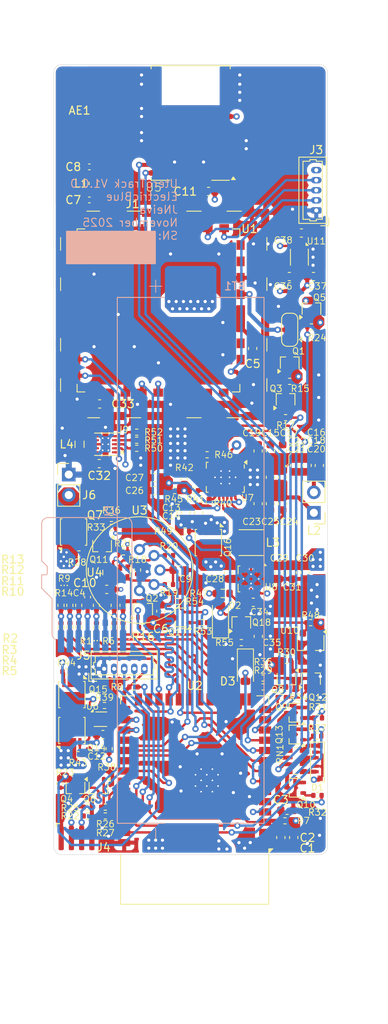
<source format=kicad_pcb>
(kicad_pcb (version 20241229) (generator "pcbnew") (generator_version "9.0")
  (title_block (title "UteroTrack") (rev "1.0.0") (company "ElectricBlue") (comment 1 "JNeiva"))
  (layers (0 "F.Cu" signal) (4 "In1.Cu" signal) (6 "In2.Cu" signal) (2 "B.Cu" signal) (13 "F.Paste" user) (15 "B.Paste" user) (5 "F.SilkS" user "F.Silkscreen") (7 "B.SilkS" user "B.Silkscreen") (1 "F.Mask" user) (3 "B.Mask" user) (25 "Edge.Cuts" user))
  (net 0 "")
  (net 1 "/ANT_2")
  (net 2 "/power/BAT-")
  (net 3 "/Batt")
  (net 4 "/3V3")
  (net 5 "GND")
  (net 6 "/RST")
  (net 7 "Net-(J2-VDD)")
  (net 8 "/Argus_3V3")
  (net 9 "/ANT_1")
  (net 10 "Net-(Q5-D)")
  (net 11 "Net-(U6-BAT)")
  (net 12 "Net-(U7-CLAMP1)")
  (net 13 "Net-(U7-AC1)")
  (net 14 "Net-(C16-Pad1)")
  (net 15 "Net-(U7-COMM1)")
  (net 16 "Net-(U7-BOOT1)")
  (net 17 "Net-(U7-AC2)")
  (net 18 "Net-(U7-BOOT2)")
  (net 19 "Net-(U7-COMM2)")
  (net 20 "Net-(U7-CLAMP2)")
  (net 21 "Net-(U7-RECT)")
  (net 22 "/BOut")
  (net 23 "/APA_3V3")
  (net 24 "Net-(U8-EN)")
  (net 25 "Net-(D3-K)")
  (net 26 "/VBackup")
  (net 27 "Net-(U11-C+)")
  (net 28 "Net-(U11-C-)")
  (net 29 "Net-(RN1A-R1.2)")
  (net 30 "Net-(RN1B-R2.2)")
  (net 31 "Net-(D1-KB)")
  (net 32 "Net-(D2-A)")
  (net 33 "Net-(D2-K)")
  (net 34 "/Main")
  (net 35 "Net-(J2-CMD)")
  (net 36 "Net-(J2-DAT0)")
  (net 37 "Net-(J2-CLK)")
  (net 38 "Net-(J2-DAT3{slash}CD)")
  (net 39 "Net-(J2-DAT1)")
  (net 40 "Net-(J2-DAT2)")
  (net 41 "/ARG_RST")
  (net 42 "/ARG_SWDCLK")
  (net 43 "/ARG_SWDIO")
  (net 44 "Net-(J4-Pin_4)")
  (net 45 "/I2C2_SDA")
  (net 46 "/I2C2_SCL")
  (net 47 "/Prog_TxD")
  (net 48 "/Prog_RxD")
  (net 49 "/IO0")
  (net 50 "Net-(J6-Pin_2)")
  (net 51 "Net-(JP1-C)")
  (net 52 "Net-(U8-L1)")
  (net 53 "Net-(U8-L2)")
  (net 54 "Net-(U9-LX2)")
  (net 55 "Net-(U9-LX1)")
  (net 56 "Net-(Q1-G)")
  (net 57 "/uCard_EN")
  (net 58 "Net-(Q3-B)")
  (net 59 "Net-(Q4-G)")
  (net 60 "/GNSS_EN")
  (net 61 "Net-(Q6-B)")
  (net 62 "Net-(Q11-C)")
  (net 63 "Net-(Q8-D)")
  (net 64 "Net-(Q12-C)")
  (net 65 "Net-(Q9-C)")
  (net 66 "Net-(Q9-B)")
  (net 67 "Net-(Q10-B)")
  (net 68 "Net-(Q10-C)")
  (net 69 "Net-(Q11-B)")
  (net 70 "Net-(Q12-B)")
  (net 71 "Net-(Q13-C)")
  (net 72 "Net-(Q14-G)")
  (net 73 "Net-(Q14-D)")
  (net 74 "Net-(Q15-G)")
  (net 75 "Net-(Q17-B)")
  (net 76 "/Hal_ST")
  (net 77 "Net-(Q18-B)")
  (net 78 "/SDIO_D2")
  (net 79 "/SDIO_D3")
  (net 80 "/SDIO_CMD")
  (net 81 "/SDIO_CLK")
  (net 82 "/SDIO_D0")
  (net 83 "/SDIO_D1")
  (net 84 "/Argos_EN")
  (net 85 "Net-(U4-VBACKUP)")
  (net 86 "/I2C1_SCL")
  (net 87 "/I2C1_SDA")
  (net 88 "/RTC_INT")
  (net 89 "/AS5510_EN")
  (net 90 "/ADC")
  (net 91 "/Red")
  (net 92 "/Blue")
  (net 93 "/EXP_EN")
  (net 94 "/ADC_EN")
  (net 95 "/Green")
  (net 96 "Net-(U6-V-)")
  (net 97 "Net-(U7-TS{slash}CTRL)")
  (net 98 "Net-(U7-FOD)")
  (net 99 "Net-(U7-ILIM)")
  (net 100 "Net-(U7-TERM)")
  (net 101 "Net-(U9-CFG1)")
  (net 102 "Net-(U9-CFG2)")
  (net 103 "Net-(U9-CFG3)")
  (net 104 "/Charge")
  (net 110 "/Argos_TxD")
  (net 112 "/Argos_RxD")
  (net 113 "/APA_SEL")
  (net 121 "/APA_EN")
  (net 125 "/S3_GNSS_TxD")
  (net 126 "/S3_GNSS_RxD")
  (net 129 "/keller_EOC")
  (net 133 "Net-(U5-RF_IN)")
  (net 146 "Net-(Q13-B)")
  (footprint "Resistor_SMD:R_0402_1005Metric" (layer "F.Cu") (at 137.22 145.2 180)
    (property "Reference" "R22")
    (property "Value" "4k7" (hide yes))
  )
  (footprint "Resistor_SMD:R_0402_1005Metric" (layer "F.Cu") (at 139.3 131.5)
    (property "Reference" "R39")
    (property "Value" "2k2" (hide yes))
  )
  (footprint "Package_DFN_QFN:DFN-6-1EP_2x2mm_P0.5mm_EP0.61x1.42mm" (layer "F.Cu") (at 163.5 75.9 -90)
    (property "Reference" "U11")
    (property "Value" "LTC3221EDC-3.3" (hide yes))
  )
  (footprint "myDevices:SMD_PAD_4x1.5mm" (layer "F.Cu") (at 136.2 54.7 90)
    (property "Reference" "AE1")
    (property "Value" "Antenna_Shield" (hide yes))
  )
  (footprint "Package_TO_SOT_SMD:SOT-323_SC-70" (layer "F.Cu") (at 139 111.7 -90)
    (property "Reference" "Q11")
    (property "Value" "MMBT2222" (hide yes))
  )
  (footprint "Capacitor_SMD:C_0603_1608Metric" (layer "F.Cu") (at 145.525 103.25 180)
    (property "Reference" "C27")
    (property "Value" "4.7uF" (hide yes))
  )
  (footprint "Resistor_SMD:R_0402_1005Metric" (layer "F.Cu") (at 165.8 133.05 180)
    (property "Reference" "R31")
    (property "Value" "100k" (hide yes))
  )
  (footprint "Capacitor_SMD:C_0603_1608Metric" (layer "F.Cu") (at 162.8 147.875 90)
    (property "Reference" "C2")
    (property "Value" "10uF" (hide yes))
  )
  (footprint "Resistor_SMD:R_0402_1005Metric" (layer "F.Cu") (at 143.3 98.6)
    (property "Reference" "R51")
    (property "Value" "0R" (hide yes))
  )
  (footprint "Resistor_SMD:R_0402_1005Metric" (layer "F.Cu") (at 165 84.55 180)
    (property "Reference" "R24")
    (property "Value" "100k" (hide yes))
  )
  (footprint "Resistor_SMD:R_0402_1005Metric" (layer "F.Cu") (at 142.9 129.2 180)
    (property "Reference" "R8")
    (property "Value" "10k" (hide yes))
  )
  (footprint "Package_SON:Texas_DRC0010J_ThermalVias" (layer "F.Cu") (at 157.5 115.8 -90)
    (property "Reference" "U8")
    (property "Value" "TPS63001" (hide yes))
  )
  (footprint "myDevices:R_Array_Convex_Panasonic_EXB38V_4x0603" (layer "F.Cu") (at 163.1 138.37)
    (property "Reference" "RN1")
    (property "Value" "470R" (hide yes))
  )
  (footprint "Capacitor_SMD:C_0603_1608Metric" (layer "F.Cu") (at 162.6 115.025 -90)
    (property "Reference" "C31")
    (property "Value" "22uF" (hide yes))
  )
  (footprint "Resistor_SMD:R_0402_1005Metric" (layer "F.Cu") (at 150.39 104.85 180)
    (property "Reference" "R41")
    (property "Value" "200R" (hide yes))
  )
  (footprint "Capacitor_SMD:C_0603_1608Metric" (layer "F.Cu") (at 163.75 72.9 180)
    (property "Reference" "C38")
    (property "Value" "1uF" (hide yes))
  )
  (footprint "myDevices:Argos-SMD_shortLegs" (layer "F.Cu") (at 146.0002 82.5 90)
    (property "Reference" "U1")
    (property "Value" "Argos_SMD" (hide yes))
  )
  (footprint "Resistor_SMD:R_0402_1005Metric" (layer "F.Cu") (at 165.71 135.3 180)
    (property "Reference" "R37")
    (property "Value" "100k" (hide yes))
  )
  (footprint "Package_TO_SOT_SMD:SOT-323_SC-70" (layer "F.Cu") (at 162.3 89 90)
    (property "Reference" "Q1")
    (property "Value" "DMP2110UW" (hide yes))
  )
  (footprint "Resistor_SMD:R_0402_1005Metric" (layer "F.Cu") (at 151.525 121.225 180)
    (property "Reference" "R53")
    (property "Value" "100k" (hide yes))
  )
  (footprint "Resistor_SMD:R_0402_1005Metric" (layer "F.Cu") (at 141.6 121.8 90)
    (property "Reference" "R6")
    (property "Value" "0R" (hide yes))
  )
  (footprint "Diode_SMD:D_SOD-123" (layer "F.Cu") (at 156.8 126.85 -90)
    (property "Reference" "D3")
    (property "Value" "1N4148W" (hide yes))
  )
  (footprint "Resistor_SMD:R_0402_1005Metric" (layer "F.Cu") (at 144.1 121.8 180)
    (property "Reference" "R16")
    (property "Value" "100k" (hide yes))
  )
  (footprint "Package_SON:WSON-10-1EP_2.5x2.5mm_P0.5mm_EP1.2x2mm_ThermalVias" (layer "F.Cu") (at 139.42 99.1 180)
    (property "Reference" "U9")
    (property "Value" "TPS63900" (hide yes))
  )
  (footprint "Capacitor_SMD:C_0603_1608Metric" (layer "F.Cu") (at 158.38 106.47 -90)
    (property "Reference" "C23")
    (property "Value" "10nF" (hide yes))
  )
  (footprint "Resistor_SMD:R_0402_1005Metric" (layer "F.Cu") (at 136.12 112.7)
    (property "Reference" "R28")
    (property "Value" "100k" (hide yes))
  )
  (footprint "Resistor_SMD:R_0402_1005Metric" (layer "F.Cu") (at 136 137.6)
    (property "Reference" "R43")
    (property "Value" "5M1" (hide yes))
  )
  (footprint "Package_SO:Vishay_PowerPAK_1212-8_Single" (layer "F.Cu") (at 152.2 111.3 -90)
    (property "Reference" "Q16")
    (property "Value" "SiS415DNT" (hide yes))
  )
  (footprint "Capacitor_SMD:C_0603_1608Metric" (layer "F.Cu") (at 138.7 94.1)
    (property "Reference" "C33")
    (property "Value" "22uF" (hide yes))
  )
  (footprint "Resistor_SMD:R_0402_1005Metric" (layer "F.Cu") (at 162.3 91.3 180)
    (property "Reference" "R15")
    (property "Value" "100k" (hide yes))
  )
  (footprint "Resistor_SMD:R_0402_1005Metric" (layer "F.Cu") (at 140.5 121.8 90)
    (property "Reference" "R5")
    (property "Value" "0R" (hide yes))
  )
  (footprint "Capacitor_SMD:C_0603_1608Metric" (layer "F.Cu") (at 161.42 103.2 90)
    (property "Reference" "C21")
    (property "Value" "1.8nF" (hide yes))
  )
  (footprint "Package_TO_SOT_SMD:SOT-323_SC-70" (layer "F.Cu") (at 165 82.3 90)
    (property "Reference" "Q5")
    (property "Value" "DMP2110UW" (hide yes))
  )
  (footprint "Resistor_SMD:R_0402_1005Metric" (layer "F.Cu") (at 149.3 109.865)
    (property "Reference" "R49")
    (property "Value" "100k" (hide yes))
  )
  (footprint "Capacitor_SMD:C_0402_1005Metric" (layer "F.Cu") (at 137.2 118.06 -90)
    (property "Reference" "C4")
    (property "Value" "100nF" (hide yes))
  )
  (footprint "Capacitor_SMD:C_0603_1608Metric" (layer "F.Cu") (at 149.4 107.575 -90)
    (property "Reference" "C13")
    (property "Value" "100nF" (hide yes))
  )
  (footprint "Resistor_SMD:R_0402_1005Metric" (layer "F.Cu") (at 138.3 121.8 90)
    (property "Reference" "R4")
    (property "Value" "0R" (hide yes))
  )
  (footprint "Resistor_SMD:R_0402_1005Metric" (layer "F.Cu") (at 135 121.8 90)
    (property "Reference" "R2")
    (property "Value" "0R" (hide yes))
  )
  (footprint "Inductor_SMD:L_0805_2012Metric" (layer "F.Cu") (at 136.2025 99.1 -90)
    (property "Reference" "L4")
    (property "Value" "2.2 uH" (hide yes))
  )
  (footprint "Resistor_SMD:R_0402_1005Metric" (layer "F.Cu") (at 139.4 144.1 180)
    (property "Reference" "R26")
    (property "Value" "100k" (hide yes))
  )
  (footprint "Capacitor_SMD:C_0603_1608Metric" (layer "F.Cu") (at 161.975 144.5)
    (property "Reference" "C3")
    (property "Value" "1uF" (hide yes))
  )
  (footprint "Resistor_SMD:R_0402_1005Metric" (layer "F.Cu") (at 147.3 112.9)
    (property "Reference" "R20")
    (property "Value" "4k7" (hide yes))
  )
  (footprint "Capacitor_SMD:C_0603_1608Metric" (layer "F.Cu") (at 148.585 114.7)
    (property "Reference" "C9")
    (property "Value" "10nF" (hide yes))
  )
  (footprint "Resistor_SMD:R_0402_1005Metric" (layer "F.Cu") (at 159 128.1)
    (property "Reference" "R35")
    (property "Value" "20k" (hide yes))
  )
  (footprint "Capacitor_SMD:C_0603_1608Metric" (layer "F.Cu") (at 138.645 101.5)
    (property "Reference" "C32")
    (property "Value" "10uF" (hide yes))
  )
  (footprint "Package_SO:Vishay_PowerPAK_1212-8_Single" (layer "F.Cu") (at 135.25 134.6 90)
    (property "Reference" "Q14")
    (property "Value" "SiS454DN" (hide yes))
  )
  (footprint "Resistor_SMD:R_0402_1005Metric" (layer "F.Cu") (at 140.16 108.3 180)
    (property "Reference" "R36")
    (property "Value" "100k" (hide yes))
  )
  (footprint "Resistor_SMD:R_0402_1005Metric" (layer "F.Cu") (at 152.3 106.4 -90)
    (property "Reference" "R40")
    (property "Value" "10k" (hide yes))
  )
  (footprint "Resistor_SMD:R_0402_1005Metric" (layer "F.Cu") (at 152.04 100.4)
    (property "Reference" "R46")
    (property "Value" "2.43k" (hide yes))
  )
  (footprint "Package_SO:Vishay_PowerPAK_1212-8_Single" (layer "F.Cu") (at 135.25 130.15 -90)
    (property "Reference" "Q15")
    (property "Value" "SiS454DN" (hide yes))
  )
  (footprint "Inductor_SMD:L_0603_1608Metric" (layer "F.Cu") (at 137.9 66.75 90)
    (property "Reference" "L1")
    (property "Value" "L" (hide yes))
  )
  (footprint "Capacitor_SMD:C_0603_1608Metric" (layer "F.Cu") (at 162.94 101.73 90)
    (property "Reference" "C16")
    (property "Value" "68nF" (hide yes))
  )
  (footprint "Resistor_SMD:R_0402_1005Metric" (layer "F.Cu") (at 148.3 118.6)
    (property "Reference" "R54")
    (property "Value" "100k" (hide yes))
  )
  (footprint "Capacitor_SMD:C_0402_1005Metric" (layer "F.Cu") (at 137.42 68.8 180)
    (property "Reference" "C7")
    (property "Value" "C" (hide yes))
  )
  (footprint "Capacitor_SMD:C_0603_1608Metric" (layer "F.Cu") (at 158.38 99.93 90)
    (property "Reference" "C19")
    (property "Value" "10nF" (hide yes))
  )
  (footprint "Resistor_SMD:R_0402_1005Metric" (layer "F.Cu") (at 135 119.08 90)
    (property "Reference" "R13")
    (property "Value" "10k" (hide yes))
  )
  (footprint "Capacitor_SMD:C_0603_1608Metric" (layer "F.Cu") (at 161.42 106.47 -90)
    (property "Reference" "C24")
    (property "Value" "22nF" (hide yes))
  )
  (footprint "Resistor_SMD:R_0402_1005Metric" (layer "F.Cu") (at 137.22 144.1)
    (property "Reference" "R25")
    (property "Value" "4k7" (hide yes))
  )
  (footprint "Package_TO_SOT_SMD:SOT-323_SC-70" (layer "F.Cu") (at 144.1 119.57 90)
    (property "Reference" "Q2")
    (property "Value" "DMP2110UW" (hide yes))
  )
  (footprint "Connector_Molex:Molex_PicoBlade_53047-0510_1x05_P1.25mm_Vertical" (layer "F.Cu") (at 165.6 70.1 90)
    (property "Reference" "J3")
    (property "Value" "Argos_Prog" (hide yes))
  )
  (footprint "Resistor_SMD:R_0603_1608Metric" (layer "F.Cu") (at 154 117.6 180)
    (property "Reference" "R47")
    (property "Value" "100R" (hide yes))
  )
  (footprint "Capacitor_SMD:C_0603_1608Metric" (layer "F.Cu") (at 161.42 99.93 90)
    (property "Reference" "C17")
    (property "Value" "22nF" (hide yes))
  )
  (footprint "Resistor_SMD:R_0402_1005Metric" (layer "F.Cu") (at 161.31 130.5)
    (property "Reference" "R34")
    (property "Value" "100k" (hide yes))
  )
  (footprint "Resistor_SMD:R_0402_1005Metric" (layer "F.Cu") (at 133.9 121.8 90)
    (property "Reference" "R1")
    (property "Value" "0R" (hide yes))
  )
  (footprint "Resistor_SMD:R_0402_1005Metric" (layer "F.Cu") (at 156.29 123.7 180)
    (property "Reference" "R55")
    (property "Value" "100k" (hide yes))
  )
  (footprint "Diode_SMD:D_SOD-123" (layer "F.Cu") (at 153.7 120.75 90)
    (property "Reference" "D2")
    (property "Value" "1N4148W" (hide yes))
  )
  (footprint "Capacitor_SMD:C_0603_1608Metric" (layer "F.Cu") (at 145.525 104.85 180)
    (property "Reference" "C26")
    (property "Value" "22nF" (hide yes))
  )
  (footprint "myDevices:RTC_SMD_MicroCrystal_C7_1.5x3.2mm" (layer "F.Cu") (at 140.8 115 -90)
    (property "Reference" "U4")
    (property "Value" "RV-3032-C7" (hide yes))
  )
  (footprint "myDevices:Wuerth_36103255S_25x25mm" (layer "F.Cu") (at 146.65552 83)
    (property "Reference" "J1")
    (property "Value" "RFShield" (hide yes))
  )
  (footprint "Capacitor_SMD:C_0603_1608Metric" (layer "F.Cu") (at 146.3 119.8 -90)
    (property "Reference" "C6")
    (property "Value" "10uF" (hide yes))
  )
  (footprint "Connector_PinHeader_2.54mm:PinHeader_1x02_P2.54mm_Vertical" (layer "F.Cu") (at 134.86 102.86)
    (property "Reference" "J6")
    (property "Value" "EXP" (hide yes))
  )
  (footprint "Resistor_SMD:R_0402_1005Metric" (layer "F.Cu") (at 133.75 141.19 -90)
    (property "Reference" "R23")
    (property "Value" "100k" (hide yes))
  )
  (footprint "Resistor_SMD:R_0402_1005Metric" (layer "F.Cu") (at 148 104.85 180)
    (property "Reference" "R45")
    (property "Value" "20k" (hide yes))
  )
  (footprint "myDevices:PadArray_SMD_1x04_P1.27mm" (layer "F.Cu") (at 135.825 147.95)
    (property "Reference" "J4")
    (property "Value" "AS5510" (hide yes))
  )
  (footprint "Resistor_SMD:R_0402_1005Metric" (layer "F.Cu") (at 133.9 119.08 90)
    (property "Reference" "R14")
    (property "Value" "10k" (hide yes))
  )
  (footprint "Package_TO_SOT_SMD:SOT-323_SC-70" (layer "F.Cu") (at 156.29 121.225 90)
    (property "Reference" "Q18")
    (property "Value" "MMBT2222" (hide yes))
  )
  (footprint "Package_TO_SOT_SMD:SOT-323_SC-70" (layer "F.Cu") (at 161.79 93.55 90)
    (property "Reference" "Q3")
    (property "Value" "MMBT2222" (hide yes))
  )
  (footprint "Resistor_SMD:R_0402_1005Metric" (layer "F.Cu") (at 159 129.2 180)
    (property "Reference" "R29")
    (property "Value" "20k" (hide yes))
  )
  (footprint "Capacitor_SMD:C_0603_1608Metric" (layer "F.Cu") (at 152.225 67.75 180)
    (property "Reference" "C11")
    (property "Value" "100nF" (hide yes))
  )
  (footprint "Package_TO_SOT_SMD:SOT-323_SC-70" (layer "F.Cu") (at 148.8 120.575 180)
    (property "Reference" "Q17")
    (property "Value" "MMBT4403" (hide yes))
  )
  (footprint "Package_TO_SOT_SMD:SOT-323_SC-70" (layer "F.Cu") (at 162.95 132.4 180)
    (property "Reference" "Q9")
    (property "Value" "MMBT2222" (hide yes))
  )
  (footprint "Resistor_SMD:R_0402_1005Metric" (layer "F.Cu") (at 164.9 121.225 180)
    (property "Reference" "R48")
    (property "Value" "100k" (hide yes))
  )
  (footprint "Package_TO_SOT_SMD:SOT-323_SC-70" (layer "F.Cu") (at 162.98 141.7 180)
    (property "Reference" "Q10")
    (property "Value" "MMBT2222" (hide yes))
  )
  (footprint "Resistor_SMD:R_0402_1005Metric" (layer "F.Cu") (at 161.9 125.9)
    (property "Reference" "R30")
    (property "Value" "100k" (hide yes))
  )
  (footprint "Capacitor_SMD:C_0603_1608Metric" (layer "F.Cu") (at 161.2 147.875 -90)
    (property "Reference" "C1")
    (property "Value" "100nF" (hide yes))
  )
  (footprint "Resistor_SMD:R_0402_1005Metric" (layer "F.Cu") (at 136.1 119.08 90)
    (property "Reference" "R12")
    (property "Value" "10k" (hide yes))
  )
  (footprint "Resistor_SMD:R_0402_1005Metric" (layer "F.Cu") (at 147.3 116.5 180)
    (property "Reference" "R19")
    (property "Value" "4k7" (hide yes))
  )
  (footprint "Connector_Molex:Molex_PicoBlade_53047-0510_1x05_P1.25mm_Vertical" (layer "F.Cu") (at 139.25 126.95)
    (property "Reference" "J5")
    (property "Value" "Prog" (hide yes))
  )
  (footprint "Inductor_SMD:L_Taiyo-Yuden_NR-30xx" (layer "F.Cu") (at 157.5 111.3 180)
    (property "Reference" "L3")
    (property "Value" "2.2 uH" (hide yes))
  )
  (footprint "Resistor_SMD:R_0402_1005Metric" (layer "F.Cu") (at 161.79 95.8 180)
    (property "Reference" "R17")
    (property "Value" "100k" (hide yes))
  )
  (footprint "Capacitor_SMD:C_0603_1608Metric" (layer "F.Cu") (at 164.2 115.025 -90)
    (property "Reference" "C30")
    (property "Value" "22uF" (hide yes))
  )
  (footprint "Resistor_SMD:R_0402_1005Metric" (layer "F.Cu") (at 149.2 103.39 90)
    (property "Reference" "R42")
    (property "Value" "200R" (hide yes))
  )
  (footprint "Capacitor_SMD:C_0603_1608Metric" (layer "F.Cu") (at 157.7 87.22 -90)
    (property "Reference" "C5")
    (property "Value" "100nF" (hide yes))
  )
  (footprint "Capacitor_SMD:C_0603_1608Metric" (layer "F.Cu") (at 159.9 103.2 -90)
    (property "Reference" "C22")
    (property "Value" "100pF" (hide yes))
  )
  (footprint "Resistor_SMD:R_0402_1005Metric" (layer "F.Cu") (at 138.3 119.08 90)
    (property "Reference" "R11")
    (property "Value" "10k" (hide yes))
  )
  (footprint "Resistor_SMD:R_0402_1005Metric" (layer "F.Cu") (at 141.6 119.08 90)
    (property "Reference" "R9")
    (property "Value" "10k" (hide yes))
  )
  (footprint "Capacitor_SMD:C_0603_1608Metric" (layer "F.Cu") (at 161 115.025 -90)
    (property "Reference" "C29")
    (property "Value" "22uF" (hide yes))
  )
  (footprint "myDevices:keller_6LD" (layer "F.Cu") (at 143.65 114.7 90)
    (property "Reference" "U3")
    (property "Value" "keller_6LHPD" (hide yes))
  )
  (footprint "Package_TO_SOT_SMD:SOT-323_SC-70" (layer "F.Cu") (at 138.55 141.7 -90)
    (property "Reference" "Q6")
    (property "Value" "MMBT2222" (hide yes))
  )
  (footprint "Resistor_SMD:R_0402_1005Metric" (layer "F.Cu") (at 161.71 145.8)
    (property "Reference" "R7")
    (property "Value" "10k" (hide yes))
  )
  (footprint "Connector_PinHeader_2.54mm:PinHeader_1x02_P2.54mm_Vertical" (layer "F.Cu") (at 165.3 107.6 180)
    (property "Reference" "L2")
    (property "Value" "10.7uH" (hide yes))
  )
  (footprint "Capacitor_SMD:C_0603_1608Metric" (layer "F.Cu") (at 162.25 78.3 180)
    (property "Reference" "C36")
    (property "Value" "2.2uF" (hide yes))
  )
  (footprint "Package_TO_SOT_SMD:SC-59" (layer "F.Cu") (at 164.9 123.725 -90)
    (property "Reference" "U10")
    (property "Value" "AH1806-W" (hide yes))
  )
  (footprint "Jumper:SolderJumper-3_P1.3mm_Open_RoundedPad1.0x1.5mm" (layer "F.Cu") (at 162.3 84.9 90)
    (property "Reference" "JP1" (hide yes))
    (property "Value" "SolderJumper_3_Open" (hide yes))
  )
  (footprint "Capacitor_SMD:C_0603_1608Metric" (layer "F.Cu") (at 157.775 118.7 180)
    (property "Reference" "C34")
    (property "Value" "100nF" (hide yes))
  )
  (footprint "Capacitor_SMD:C_0603_1608Metric" (layer "F.Cu") (at 159.9 106.47 -90)
    (property "Reference" "C25")
    (property "Value" "470nF" (hide yes))
  )
  (footprint "Capacitor_SMD:C_0603_1608Metric" (layer "F.Cu") (at 154.7 115.025 90)
    (property "Reference" "C28")
    (property "Value" "10uF" (hide yes))
  )
  (footprint "Package_TO_SOT_SMD:SOT-323_SC-70" (layer "F.Cu") (at 161.9 128.2 -90)
    (property "Reference" "Q8")
    (property "Value" "DMP2110UW" (hide yes))
  )
  (footprint "Resistor_SMD:R_0402_1005Metric" (layer "F.Cu") (at 139.4 145.2 180)
    (property "Reference" "R27")
    (property "Value" "100k" (hide yes))
  )
  (footprint "Resistor_SMD:R_0402_1005Metric" (layer "F.Cu") (at 140.5 119.08 90)
    (property "Reference" "R10")
    (property "Value" "10k" (hide yes))
  )
  (footprint "Resistor_SMD:R_0402_1005Metric" (layer "F.Cu") (at 165.75 142.65 180)
    (property "Reference" "R32")
    (property "Value" "100k" (hide yes))
  )
  (footprint "RF_Module:ESP32-S3-WROOM-1" (layer "F.Cu") (at 150.5 143.25 180)
    (property "Reference" "U2")
    (property "Value" "ESP32-S3-WROOM-1" (hide yes))
  )
  (footprint "Resistor_SMD:R_0402_1005Metric" (layer "F.Cu") (at 136.1 121.8 90)
    (property "Reference" "R3")
    (property "Value" "0R" (hide yes))
  )
  (footprint "Package_SON:WSON-6_1.5x1.5mm_P0.5mm" (layer "F.Cu") (at 138.8 133.2)
    (property "Reference" "U6")
    (property "Value" "BQ29732" (hide yes))
  )
  (footprint "Package_DFN_QFN:Texas_VQFN-RHL-20_ThermalVias" (layer "F.Cu") (at 154.3 103.2 -90)
    (property "Reference" "U7")
    (property "Value" "BQ51050BRHL" (hide yes))
  )
  (footprint "Capacitor_SMD:C_0603_1608Metric" (layer "F.Cu") (at 165.98 101.73 90)
    (property "Reference" "C20")
    (property "Value" "68nF" (hide yes))
  )
  (footprint "myDevices:ublox_CAM-M8" (layer "F.Cu") (at 150 59.25 180)
    (property "Reference" "U5")
    (property "Value" "CAM-M8Q" (hide yes))
  )
  (footprint "Resistor_SMD:R_0402_1005Metric" (layer "F.Cu") (at 139.875 136.86 -90)
    (property "Reference" "R38")
    (property "Value" "330R" (hide yes))
  )
  (footprint "Capacitor_SMD:C_0603_1608Metric" (layer "F.Cu") (at 159.9 99.93 90)
    (property "Reference" "C15")
    (property "Value" "470nF" (hide yes))
  )
  (footprint "Capacitor_SMD:C_0603_1608Metric" (layer "F.Cu") (at 164.46 101.73 90)
    (property "Reference" "C18")
    (property "Value" "47nF" (hide yes))
  )
  (footprint "Package_TO_SOT_SMD:SOT-323_SC-70" (layer "F.Cu") (at 162.95 135.1 180)
    (property "Reference" "Q13")
    (property "Value" "MMBT2222" (hide yes))
  )
  (footprint "Capacitor_SMD:C_0603_1608Metric" (layer "F.Cu") (at 139.1 135.1)
    (property "Reference" "C12")
    (property "Value" "100nF" (hide yes))
  )
  (footprint "Package_TO_SOT_SMD:SOT-323_SC-70" (layer "F.Cu") (at 135.7 141.7 -90)
    (property "Reference" "Q4")
    (property "Value" "DMP2110UW" (hide yes))
  )
  (footprint "Resistor_SMD:R_0402_1005Metric" (layer "F.Cu") (at 143.3 97.6)
    (property "Reference" "R52")
    (property "Value" "0R" (hide yes))
  )
  (footprint "Package_SO:Vishay_PowerPAK_1212-8_Single" (layer "F.Cu") (at 135.46 109.99 90)
    (property "Reference" "Q7")
    (property "Value" "SiS415DNT" (hide yes))
  )
  (footprint "Capacitor_SMD:C_0603_1608Metric" (layer "F.Cu") (at 139.575 117.1 180)
    (property "Reference" "C10")
    (property "Value" "100nF" (hide yes))
  )
  (footprint "Capacitor_SMD:C_0603_1608Metric" (layer "F.Cu") (at 158.4 122.925 -90)
    (property "Reference" "C35")
    (property "Value" "1uF" (hide yes))
  )
  (footprint "Capacitor_SMD:C_0603_1608Metric" (layer "F.Cu") (at 165.25 78.3)
    (property "Reference" "C37")
    (property "Value" "4.7uF" (hide yes))
  )
  (footprint "Capacitor_SMD:C_0402_1005Metric" (layer "F.Cu") (at 137.42 64.7 180)
    (property "Reference" "C8")
    (property "Value" "C" (hide yes))
  )
  (footprint "Resistor_SMD:R_0402_1005Metric" (layer "F.Cu") (at 143.4 114.7 -90)
    (property "Reference" "R18")
    (property "Value" "10k" (hide yes))
  )
  (footprint "Resistor_SMD:R_0402_1005Metric" (layer "F.Cu") (at 134.59 127.3)
    (property "Reference" "R44")
    (property "Value" "5M1" (hide yes))
  )
  (footprint "LED_SMD:LED_Cree-PLCC6_4.7x1.5mm" (layer "F.Cu") (at 165.75 138.5 90)
    (property "Reference" "D1")
    (property "Value" "QLS6B-FKW" (hide yes))
  )
  (footprint "Capacitor_SMD:C_0603_1608Metric" (layer "F.Cu") (at 151 107.575 90)
    (property "Reference" "C14")
    (property "Value" "4.7uF" (hide yes))
  )
  (footprint "Resistor_SMD:R_0402_1005Metric" (layer "F.Cu") (at 143.3 99.6)
    (property "Reference" "R50")
    (property "Value" "36k5" (hide yes))
  )
  (footprint "Package_TO_SOT_SMD:SOT-323_SC-70" (layer "F.Cu") (at 164.95 128.2 90)
    (property "Reference" "Q12")
    (property "Value" "MMBT2222" (hide yes))
  )
  (footprint "Resistor_SMD:R_0402_1005Metric" (layer "F.Cu") (at 140.16 109.4 180)
    (property "Reference" "R33")
    (property "Value" "100k" (hide yes))
  )
  (footprint "Resistor_SMD:R_0402_1005Metric" (layer "F.Cu") (at 141.65 112.45)
    (property "Reference" "R21")
    (property "Value" "4k7" (hide yes))
  )
  (footprint "myDevices:microSD" (layer "B.Cu") (at 137.1 115.8)
    (property "Reference" "J2")
    (property "Value" "MicroSD_Card")
  )
  (footprint "myDevices:Battery_SMD_18650" (layer "B.Cu") (at 150 113.5 -90)
    (property "Reference" "BT1")
    (property "Value" "Battery" (hide yes))
  )
  (gr_line (start 162.2 101.5) (end 162.2 100.6) (stroke (width 0.1)) (layer "F.SilkS"))
  (gr_line (start 162.2 100.6) (end 162.2 100.5) (stroke (width 0.1)) (layer "F.SilkS"))
  (gr_line (start 161.8 101.9) (end 161.980388 101.9) (stroke (width 0.1)) (layer "F.SilkS"))
  (gr_line (start 161.8 101.7) (end 161.8 101.9) (stroke (width 0.1)) (layer "F.SilkS"))
  (gr_line (start 161.8 101.9) (end 162.2 101.5) (stroke (width 0.1)) (layer "F.SilkS"))
  (gr_line (start 162.2 100.5) (end 162.45 100.25) (stroke (width 0.1)) (layer "F.SilkS"))
  (gr_line (start 161.8 101.9) (end 161.8 101.7) (stroke (width 0.1)) (layer "F.SilkS"))
  (gr_rect (start 134.6 72.7) (end 145.6 76.7) (stroke (width 0.15)) (fill yes) (layer "B.SilkS"))
  (gr_line (start 134 150) (end 166 150) (stroke (width 0.05)) (layer "Edge.Cuts"))
  (gr_arc (start 167 149) (mid 166.707107 149.707107) (end 166 150) (stroke (width 0.05)) (layer "Edge.Cuts"))
  (gr_arc (start 166 52) (mid 166.707107 52.292893) (end 167 53) (stroke (width 0.05)) (layer "Edge.Cuts"))
  (gr_line (start 167 53) (end 167 149) (stroke (width 0.05)) (layer "Edge.Cuts"))
  (gr_line (start 134 52) (end 166 52) (stroke (width 0.05)) (layer "Edge.Cuts"))
  (gr_line (start 133 53) (end 133 149) (stroke (width 0.05)) (layer "Edge.Cuts"))
  (gr_arc (start 133 53) (mid 133.292893 52.292893) (end 134 52) (stroke (width 0.05)) (layer "Edge.Cuts"))
  (gr_arc (start 134 150) (mid 133.292893 149.707107) (end 133 149) (stroke (width 0.05)) (layer "Edge.Cuts"))
  (gr_text "..." (at 137.75 123.6 0) (layer "F.SilkS") (effects (font (size 0.8 0.8) (thickness 0.11)) (justify left bottom)))
  (gr_text "..." (at 133.65 116.75 0) (layer "F.SilkS") (effects (font (size 0.8 0.8) (thickness 0.11)) (justify left bottom)))
  (gr_text "UteroTrack V1.0.0\nElectricBlue\nJNeiva\nNovember 2025\nSN:" (at 148.5 70 0) (layer "B.SilkS") (effects (font (size 1 1) (thickness 0.125)) (justify left mirror)))
  (segment (start 137.9 64.7) (end 137.9 65.9625) (width 0.242) (layer "F.Cu") (net 1))
  (segment (start 136.63934 61.63934) (end 137.46066 62.46066) (width 0.242) (layer "F.Cu") (net 1))
  (segment (start 137.9 63.52132) (end 137.9 64.7) (width 0.242) (layer "F.Cu") (net 1))
  (segment (start 136.2 54.7) (end 136.2 60.57868) (width 0.242) (layer "F.Cu") (net 1))
  (arc (start 137.9 63.52132) (mid 137.785819 62.947295) (end 137.46066 62.46066) (width 0.242) (layer "F.Cu") (net 1))
  (arc (start 136.2 60.57868) (mid 136.314181 61.152705) (end 136.63934 61.63934) (width 0.242) (layer "F.Cu") (net 1))
  (segment (start 139.375 133.7) (end 139.2 133.7) (width 0.3) (layer "F.Cu") (net 2))
  (segment (start 139 133.9) (end 139 134.425) (width 0.3) (layer "F.Cu") (net 2))
  (segment (start 139 134.425) (end 138.325 135.1) (width 0.3) (layer "F.Cu") (net 2))
  (segment (start 138.325 135.1) (end 138.325 136.1) (width 0.5) (layer "F.Cu") (net 2))
  (segment (start 139.2 133.7) (end 139 133.9) (width 0.3) (layer "F.Cu") (net 2))
  (via (at 153.5 148.3) (size 0.8) (drill 0.4) (layers "F.Cu" "B.Cu") (net 2))
  (via (at 144.8 148.2) (size 0.8) (drill 0.4) (layers "F.Cu" "B.Cu") (net 2))
  (via (at 144.8 149.2) (size 0.8) (drill 0.4) (layers "F.Cu" "B.Cu") (net 2))
  (via (at 133.9 138.9) (size 0.8) (drill 0.4) (layers "F.Cu" "B.Cu") (net 2))
  (via (at 138.325 136.1) (size 0.8) (drill 0.4) (layers "F.Cu" "B.Cu") (net 2))
  (via (at 154.5 149.3) (size 0.8) (drill 0.4) (layers "F.Cu" "B.Cu") (net 2))
  (via (at 146.5 148.2) (size 0.8) (drill 0.4) (layers "F.Cu" "B.Cu") (net 2))
  (via (at 134.8 137.1) (size 0.8) (drill 0.4) (layers "F.Cu" "B.Cu") (net 2))
  (via (at 145.65 148.2) (size 0.8) (drill 0.4) (layers "F.Cu" "B.Cu") (net 2))
  (via (at 134.8 138) (size 0.8) (drill 0.4) (layers "F.Cu" "B.Cu") (net 2))
  (via (at 153.5 149.3) (size 0.8) (drill 0.4) (layers "F.Cu" "B.Cu") (net 2))
  (via (at 135.7 138.9) (size 0.8) (drill 0.4) (layers "F.Cu" "B.Cu") (net 2))
  (via (at 146.5 149.2) (size 0.8) (drill 0.4) (layers "F.Cu" "B.Cu") (net 2))
  (via (at 134.8 138.9) (size 0.8) (drill 0.4) (layers "F.Cu" "B.Cu") (net 2))
  (via (at 145.65 149.2) (size 0.8) (drill 0.4) (layers "F.Cu" "B.Cu") (net 2))
  (via (at 133.9 137.1) (size 0.8) (drill 0.4) (layers "F.Cu" "B.Cu") (net 2))
  (via (at 133.9 138) (size 0.8) (drill 0.4) (layers "F.Cu" "B.Cu") (net 2))
  (via (at 136.6 138.9) (size 0.8) (drill 0.4) (layers "F.Cu" "B.Cu") (net 2))
  (segment (start 135.8 136.1) (end 134.8 137.1) (width 0.5) (layer "B.Cu") (net 2))
  (segment (start 138.325 136.1) (end 135.8 136.1) (width 0.5) (layer "B.Cu") (net 2))
  (segment (start 139.875 137.37) (end 139.875 138.22) (width 0.3) (layer "F.Cu") (net 3))
  (segment (start 163.025 79.325) (end 163.025 78.3) (width 0.5) (layer "F.Cu") (net 3))
  (segment (start 166.051 137.29) (end 165.5 137.29) (width 0.3) (layer "F.Cu") (net 3))
  (segment (start 155.05 101.55) (end 155.05 99.85) (width 0.3) (layer "F.Cu") (net 3))
  (segment (start 161.1 74.5) (end 162.8 74.5) (width 0.3) (layer "F.Cu") (net 3))
  (segment (start 166.349 140.256) (end 166.085 140.52) (width 0.3) (layer "F.Cu") (net 3))
  (segment (start 166.349 139.257) (end 166.349 137.588) (width 0.3) (layer "F.Cu") (net 3))
  (segment (start 141.35 117.1) (end 140.35 117.1) (width 0.5) (layer "F.Cu") (net 3))
  (segment (start 162.25 80.1) (end 163.025 79.325) (width 0.5) (layer "F.Cu") (net 3))
  (segment (start 161.5 80.1) (end 162.25 80.1) (width 0.5) (layer "F.Cu") (net 3))
  (segment (start 163.5 76.825) (end 163.5 77.825) (width 0.3) (layer "F.Cu") (net 3))
  (segment (start 166.349 137.588) (end 166.051 137.29) (width 0.3) (layer "F.Cu") (net 3))
  (segment (start 140.35 117.1) (end 140.35 115.6) (width 0.3) (layer "F.Cu") (net 3))
  (segment (start 165.3 140.7) (end 165.905 140.7) (width 0.5) (layer "F.Cu") (net 3))
  (segment (start 166.349 139.257) (end 166.349 140.256) (width 0.3) (layer "F.Cu") (net 3))
  (segment (start 166.122 139.03) (end 166.349 139.257) (width 0.3) (layer "F.Cu") (net 3))
  (segment (start 162.8 74.5) (end 163 74.7) (width 0.3) (layer "F.Cu") (net 3))
  (segment (start 163.5 77.825) (end 163.025 78.3) (width 0.3) (layer "F.Cu") (net 3))
  (segment (start 165.5 139.03) (end 166.122 139.03) (width 0.3) (layer "F.Cu") (net 3))
  (segment (start 165.905 140.7) (end 166.085 140.52) (width 0.5) (layer "F.Cu") (net 3))
  (segment (start 155.05 99.85) (end 155.7 99.2) (width 0.3) (layer "F.Cu") (net 3))
  (segment (start 163 74.7) (end 163 74.975) (width 0.3) (layer "F.Cu") (net 3))
  (via (at 150.9 81.4) (size 0.8) (drill 0.4) (layers "F.Cu" "B.Cu") (net 3))
  (via (at 133.89 113.6075) (size 0.6) (drill 0.3) (layers "F.Cu" "B.Cu") (net 3))
  (via (at 150.45 82.3) (size 0.8) (drill 0.4) (layers "F.Cu" "B.Cu") (net 3))
  (via (at 161.1 80.1) (size 0.8) (drill 0.4) (layers "F.Cu" "B.Cu") (net 3))
  (via (at 134.24 114.2) (size 0.6) (drill 0.3) (layers "F.Cu" "B.Cu") (net 3))
  (via (at 152.25 82.3) (size 0.8) (drill 0.4) (layers "F.Cu" "B.Cu") (net 3))
  (via (at 155.7 99.2) (size 1.2) (drill 0.6) (layers "F.Cu" "B.Cu") (net 3))
  (via (at 153.3 108.85) (size 0.8) (drill 0.4) (layers "F.Cu" "B.Cu") (net 3))
  (via (at 151.8 81.4) (size 0.8) (drill 0.4) (layers "F.Cu" "B.Cu") (net 3))
  (via (at 134.24 113.0575) (size 0.6) (drill 0.3) (layers "F.Cu" "B.Cu") (net 3))
  (via (at 161.1 74.5) (size 0.8) (drill 0.4) (layers "F.Cu" "B.Cu") (net 3))
  (via (at 149.1 81.4) (size 0.8) (drill 0.4) (layers "F.Cu" "B.Cu") (net 3))
  (via (at 139.875 138.22) (size 0.8) (drill 0.4) (layers "F.Cu" "B.Cu") (net 3))
  (via (at 152.55 108.45) (size 0.8) (drill 0.4) (layers "F.Cu" "B.Cu") (net 3))
  (via (at 134.59 113.6075) (size 0.6) (drill 0.3) (layers "F.Cu" "B.Cu") (net 3))
  (via (at 148.2 81.4) (size 0.8) (drill 0.4) (layers "F.Cu" "B.Cu") (net 3))
  (via (at 148.8 109.1) (size 0.8) (drill 0.4) (layers "F.Cu" "B.Cu") (net 3))
  (via (at 151.35 82.3) (size 0.8) (drill 0.4) (layers "F.Cu" "B.Cu") (net 3))
  (via (at 154.2 108.8) (size 0.8) (drill 0.4) (layers "F.Cu" "B.Cu") (net 3))
  (via (at 150 81.4) (size 0.8) (drill 0.4) (layers "F.Cu" "B.Cu") (net 3))
  (via (at 150.2 108.7) (size 0.8) (drill 0.4) (layers "F.Cu" "B.Cu") (net 3))
  (via (at 154.2 109.9) (size 0.8) (drill 0.4) (layers "F.Cu" "B.Cu") (net 3))
  (via (at 134.59 112.5075) (size 0.6) (drill 0.3) (layers "F.Cu" "B.Cu") (net 3))
  (via (at 133.89 112.4575) (size 0.6) (drill 0.3) (layers "F.Cu" "B.Cu") (net 3))
  (via (at 134.95 114.2) (size 0.6) (drill 0.3) (layers "F.Cu" "B.Cu") (net 3))
  (via (at 147.75 82.3) (size 0.8) (drill 0.4) (layers "F.Cu" "B.Cu") (net 3))
  (via (at 152.7 81.4) (size 0.8) (drill 0.4) (layers "F.Cu" "B.Cu") (net 3))
  (via (at 151.85 108.9) (size 0.8) (drill 0.4) (layers "F.Cu" "B.Cu") (net 3))
  (via (at 148.65 82.3) (size 0.8) (drill 0.4) (layers "F.Cu" "B.Cu") (net 3))
  (via (at 135.3 113.6) (size 0.6) (drill 0.3) (layers "F.Cu" "B.Cu") (net 3))
  (via (at 141.35 117.1) (size 0.6) (drill 0.3) (layers "F.Cu" "B.Cu") (net 3))
  (via (at 148.5 108.3) (size 0.8) (drill 0.4) (layers "F.Cu" "B.Cu") (net 3))
  (via (at 166.15 121.225) (size 0.8) (drill 0.4) (layers "F.Cu" "B.Cu") (net 3))
  (via (at 165.3 140.7) (size 0.8) (drill 0.4) (layers "F.Cu" "B.Cu") (net 3))
  (via (at 147.3 81.4) (size 0.8) (drill 0.4) (layers "F.Cu" "B.Cu") (net 3))
  (via (at 149.55 82.3) (size 0.8) (drill 0.4) (layers "F.Cu" "B.Cu") (net 3))
  (segment (start 143.41 129.2) (end 144.26 129.2) (width 0.3) (layer "F.Cu") (net 4))
  (segment (start 161.06 147.24) (end 161.2 147.1) (width 0.5) (layer "F.Cu") (net 4))
  (segment (start 158.5 117.2) (end 158.5 117.4) (width 0.3) (layer "F.Cu") (net 4))
  (segment (start 158.7 117.6) (end 159.5 117.6) (width 0.3) (layer "F.Cu") (net 4))
  (segment (start 142.16 112.45) (end 142.16 111.5) (width 0.3) (layer "F.Cu") (net 4))
  (segment (start 158.5 117.4) (end 158.7 117.6) (width 0.3) (layer "F.Cu") (net 4))
  (segment (start 146.19 114.7) (end 147.81 114.7) (width 0.3) (layer "F.Cu") (net 4))
  (segment (start 159.25 147.24) (end 161.06 147.24) (width 0.5) (layer "F.Cu") (net 4))
  (segment (start 147.81 112.9) (end 147.81 114.7) (width 0.3) (layer "F.Cu") (net 4))
  (segment (start 147.81 116.5) (end 147.81 114.7) (width 0.3) (layer "F.Cu") (net 4))
  (via (at 145.35 121.225) (size 0.8) (drill 0.4) (layers "F.Cu" "B.Cu") (net 4))
  (via (at 166.1 113.4) (size 0.8) (drill 0.4) (layers "F.Cu" "B.Cu") (net 4))
  (via (at 144.26 129.2) (size 0.8) (drill 0.4) (layers "F.Cu" "B.Cu") (net 4))
  (via (at 142.16 111.5) (size 0.6) (drill 0.3) (layers "F.Cu" "B.Cu") (net 4))
  (via (at 166.1 114.25) (size 0.8) (drill 0.4) (layers "F.Cu" "B.Cu") (net 4))
  (via (at 166.1 84) (size 0.8) (drill 0.4) (layers "F.Cu" "B.Cu") (net 4))
  (via (at 159.5 117.6) (size 0.8) (drill 0.4) (layers "F.Cu" "B.Cu") (net 4))
  (via (at 134.425 140.3) (size 0.8) (drill 0.4) (layers "F.Cu" "B.Cu") (net 4))
  (via (at 163.07 145.8) (size 0.8) (drill 0.4) (layers "F.Cu" "B.Cu") (net 4))
  (via (at 165.2 113.4) (size 0.8) (drill 0.4) (layers "F.Cu" "B.Cu") (net 4))
  (via (at 165.2 114.25) (size 0.8) (drill 0.4) (layers "F.Cu" "B.Cu") (net 4))
  (via (at 163.39 90.7) (size 0.8) (drill 0.4) (layers "F.Cu" "B.Cu") (net 4))
  (via (at 166.1 112.5) (size 0.8) (drill 0.4) (layers "F.Cu" "B.Cu") (net 4))
  (segment (start 144.26 130.06) (end 144.26 129.2) (width 0.3) (layer "B.Cu") (net 4))
  (segment (start 133.6 147.2) (end 135.2 148.8) (width 0.3) (layer "B.Cu") (net 4))
  (segment (start 135.2 148.8) (end 141.5 148.8) (width 0.3) (layer "B.Cu") (net 4))
  (segment (start 133.6 141.125) (end 133.6 147.2) (width 0.3) (layer "B.Cu") (net 4))
  (segment (start 134.425 140.3) (end 133.6 141.125) (width 0.3) (layer "B.Cu") (net 4))
  (segment (start 146 144.3) (end 146 131.8) (width 0.3) (layer "B.Cu") (net 4))
  (segment (start 146 131.8) (end 144.26 130.06) (width 0.3) (layer "B.Cu") (net 4))
  (segment (start 141.5 148.8) (end 146 144.3) (width 0.3) (layer "B.Cu") (net 4))
  (segment (start 154.4 61.45) (end 156.9 61.45) (width 0.5) (layer "F.Cu") (net 5))
  (segment (start 147.365 119.025) (end 147.79 118.6) (width 0.5) (layer "F.Cu") (net 5))
  (segment (start 148 65.85) (end 148 64.1) (width 0.5) (layer "F.Cu") (net 5))
  (segment (start 163 76.825) (end 161.875 76.825) (width 0.3) (layer "F.Cu") (net 5))
  (segment (start 154.4 55.45) (end 156.1 55.45) (width 0.5) (layer "F.Cu") (net 5))
  (segment (start 145.6 53.3) (end 143.9 53.3) (width 0.5) (layer "F.Cu") (net 5))
  (segment (start 152.19 106.8) (end 152.3 106.91) (width 0.5) (layer "F.Cu") (net 5))
  (segment (start 160.75 76.75) (end 161.6 75.9) (width 0.6) (layer "F.Cu") (net 5))
  (segment (start 139.45 116.45) (end 138.8 117.1) (width 0.3) (layer "F.Cu") (net 5))
  (segment (start 163.98 141.05) (end 163.45 141.05) (width 0.3) (layer "F.Cu") (net 5))
  (segment (start 152.55 101.55) (end 152.55 100.4) (width 0.3) (layer "F.Cu") (net 5))
  (segment (start 151 106.8) (end 152.19 106.8) (width 0.5) (layer "F.Cu") (net 5))
  (segment (start 145.6 57.45) (end 143.9 57.45) (width 0.5) (layer "F.Cu") (net 5))
  (segment (start 137.2 117.58) (end 138.32 117.58) (width 0.3) (layer "F.Cu") (net 5))
  (segment (start 154.4 53.3) (end 156.1 53.3) (width 0.5) (layer "F.Cu") (net 5))
  (segment (start 161 115.8) (end 157.5 115.8) (width 1) (layer "F.Cu") (net 5))
  (segment (start 138.95 130.9) (end 138.95 129.55) (width 0.3) (layer "F.Cu") (net 5))
  (segment (start 145.6 60.45) (end 143.9 60.45) (width 0.5) (layer "F.Cu") (net 5))
  (segment (start 152 64.5) (end 151.6 64.1) (width 0.5) (layer "F.Cu") (net 5))
  (segment (start 158 116.3) (end 157.5 115.8) (width 0.3) (layer "F.Cu") (net 5))
  (segment (start 163.5 75.9) (end 165.2 75.9) (width 0.6) (layer "F.Cu") (net 5))
  (segment (start 163.45 141.05) (end 163 141.5) (width 0.3) (layer "F.Cu") (net 5))
  (segment (start 157.015 122.15) (end 156.94 122.225) (width 0.5) (layer "F.Cu") (net 5))
  (segment (start 138.2075 99.1) (end 137.9025 99.1) (width 0.3) (layer "F.Cu") (net 5))
  (segment (start 140.02 102.1) (end 139.42 101.5) (width 0.75) (layer "F.Cu") (net 5))
  (segment (start 138.95 129.55) (end 137.9 128.5) (width 0.3) (layer "F.Cu") (net 5))
  (segment (start 143.4 115.21) (end 144.29 115.21) (width 0.5) (layer "F.Cu") (net 5))
  (segment (start 154.4 56.45) (end 156.1 56.45) (width 0.5) (layer "F.Cu") (net 5))
  (segment (start 154.4 54.45) (end 156.1 54.45) (width 0.5) (layer "F.Cu") (net 5))
  (segment (start 163 141.5) (end 163 143.35) (width 0.3) (layer "F.Cu") (net 5))
  (segment (start 146.3 119.025) (end 147.365 119.025) (width 0.5) (layer "F.Cu") (net 5))
  (segment (start 166.1 127.9) (end 165.9 128.1) (width 0.3) (layer "F.Cu") (net 5))
  (segment (start 152 65.85) (end 152 64.5) (width 0.5) (layer "F.Cu") (net 5))
  (segment (start 158.4 122.15) (end 157.015 122.15) (width 0.5) (layer "F.Cu") (net 5))
  (segment (start 138.2075 99.1) (end 139.42 99.1) (width 0.3) (layer "F.Cu") (net 5))
  (segment (start 138.79 131.06) (end 138.95 130.9) (width 0.3) (layer "F.Cu") (net 5))
  (segment (start 154.3 103.2) (end 151 103.2) (width 0.75) (layer "F.Cu") (net 5))
  (segment (start 163 143.35) (end 162.75 143.6) (width 0.3) (layer "F.Cu") (net 5))
  (segment (start 157.5 114.4) (end 157.5 114.1) (width 0.3) (layer "F.Cu") (net 5))
  (segment (start 140.6 102.1) (end 140.02 102.1) (width 0.75) (layer "F.Cu") (net 5))
  (segment (start 139.45 115.6) (end 139.45 116.45) (width 0.3) (layer "F.Cu") (net 5))
  (segment (start 158 117.2) (end 158 116.3) (width 0.3) (layer "F.Cu") (net 5))
  (segment (start 138.79 131.5) (end 138.79 131.06) (width 0.3) (layer "F.Cu") (net 5))
  (segment (start 157.5 115.8) (end 154.7 115.8) (width 1) (layer "F.Cu") (net 5))
  (segment (start 158 117.2) (end 158 117.5) (width 0.3) (layer "F.Cu") (net 5))
  (segment (start 157.5 115.8) (end 157.5 114.4) (width 0.3) (layer "F.Cu") (net 5))
  (segment (start 139.42 99.1) (end 139.42 101.5) (width 0.75) (layer "F.Cu") (net 5))
  (segment (start 161.875 76.825) (end 161.475 77.225) (width 0.3) (layer "F.Cu") (net 5))
  (segment (start 145.6 54.45) (end 143.9 54.45) (width 0.5) (layer "F.Cu") (net 5))
  (segment (start 154.4 62.45) (end 156.9 62.45) (width 0.5) (layer "F.Cu") (net 5))
  (segment (start 161.475 77.225) (end 161.475 78.3) (width 0.3) (layer "F.Cu") (net 5))
  (segment (start 145.6 61.45) (end 143.9 61.45) (width 0.5) (layer "F.Cu") (net 5))
  (segment (start 138.32 117.58) (end 138.8 117.1) (width 0.3) (layer "F.Cu") (net 5))
  (segment (start 151 103.2) (end 150.6 102.8) (width 0.75) (layer "F.Cu") (net 5))
  (segment (start 165.9 128.1) (end 159.51 128.1) (width 0.3) (layer "F.Cu") (net 5))
  (segment (start 159.25552 76.75) (end 160.75 76.75) (width 0.6) (layer "F.Cu") (net 5))
  (segment (start 139.42 99.1) (end 139.42 97) (width 0.75) (layer "F.Cu") (net 5))
  (segment (start 161.6 75.9) (end 163.5 75.9) (width 0.6) (layer "F.Cu") (net 5))
  (segment (start 145.6 58.45) (end 143.9 58.45) (width 0.5) (layer "F.Cu") (net 5))
  (segment (start 144.29 115.21) (end 144.6 114.9) (width 0.5) (layer "F.Cu") (net 5))
  (segment (start 162.75 143.6) (end 162.75 144.5) (width 0.3) (layer "F.Cu") (net 5))
  (via (at 150.8 137.5) (size 0.8) (drill 0.4) (layers "F.Cu" "B.Cu") (net 5))
  (via (at 143 87) (size 0.8) (drill 0.4) (layers "F.Cu" "B.Cu") (net 5))
  (via (at 134.05 97.1) (size 0.8) (drill 0.4) (layers "F.Cu" "B.Cu") (net 5))
  (via (at 138.3 115.6) (size 0.8) (drill 0.4) (layers "F.Cu" "B.Cu") (net 5))
  (via (at 156.9 62.45) (size 0.8) (drill 0.4) (layers "F.Cu" "B.Cu") (net 5))
  (via (at 159.9 122.9) (size 0.8) (drill 0.4) (layers "F.Cu" "B.Cu") (net 5))
  (via (at 158.3 104.1) (size 0.8) (drill 0.4) (layers "F.Cu" "B.Cu") (net 5))
  (via (at 165.2 75.9) (size 0.8) (drill 0.4) (layers "F.Cu" "B.Cu") (net 5))
  (via (at 148 64.1) (size 0.8) (drill 0.4) (layers "F.Cu" "B.Cu") (net 5))
  (via (at 165 117.2) (size 0.8) (drill 0.4) (layers "F.Cu" "B.Cu") (net 5))
  (via (at 148.4 99) (size 0.8) (drill 0.4) (layers "F.Cu" "B.Cu") (net 5))
  (via (at 160.9 82) (size 0.8) (drill 0.4) (layers "F.Cu" "B.Cu") (net 5))
  (via (at 157.3 142.8) (size 0.8) (drill 0.4) (layers "F.Cu" "B.Cu") (net 5))
  (via (at 165.9 98.9) (size 0.8) (drill 0.4) (layers "F.Cu" "B.Cu") (net 5))
  (via (at 153.9 137.5) (size 0.8) (drill 0.4) (layers "F.Cu" "B.Cu") (net 5))
  (via (at 165.2 76.9) (size 0.8) (drill 0.4) (layers "F.Cu" "B.Cu") (net 5))
  (via (at 149.3 99) (size 0.8) (drill 0.4) (layers "F.Cu" "B.Cu") (net 5))
  (via (at 155.3 142.3) (size 0.8) (drill 0.4) (layers "F.Cu" "B.Cu") (net 5))
  (via (at 149.3 99.9) (size 0.8) (drill 0.4) (layers "F.Cu" "B.Cu") (net 5))
  (via (at 158.3 102.3) (size 0.8) (drill 0.4) (layers "F.Cu" "B.Cu") (net 5))
  (via (at 147.5 100.8) (size 0.8) (drill 0.4) (layers "F.Cu" "B.Cu") (net 5))
  (via (at 166.1 126.5) (size 0.8) (drill 0.4) (layers "F.Cu" "B.Cu") (net 5))
  (via (at 137.9 126.7) (size 0.8) (drill 0.4) (layers "F.Cu" "B.Cu") (net 5))
  (via (at 156.1 56.45) (size 0.8) (drill 0.4) (layers "F.Cu" "B.Cu") (net 5))
  (via (at 165.7 116.5) (size 0.8) (drill 0.4) (layers "F.Cu" "B.Cu") (net 5))
  (via (at 154 84) (size 0.8) (drill 0.4) (layers "F.Cu" "B.Cu") (net 5))
  (via (at 143.8 101.7) (size 0.8) (drill 0.4) (layers "F.Cu" "B.Cu") (net 5))
  (via (at 149.3 97.2) (size 0.8) (drill 0.4) (layers "F.Cu" "B.Cu") (net 5))
  (via (at 157.4 103.2) (size 0.8) (drill 0.4) (layers "F.Cu" "B.Cu") (net 5))
  (via (at 162.65 69.95) (size 0.8) (drill 0.4) (layers "F.Cu" "B.Cu") (net 5))
  (via (at 148.7 139.1) (size 0.8) (drill 0.4) (layers "F.Cu" "B.Cu") (net 5))
  (via (at 151.6 64.1) (size 0.8) (drill 0.4) (layers "F.Cu" "B.Cu") (net 5))
  (via (at 165 118.8) (size 0.8) (drill 0.4) (layers "F.Cu" "B.Cu") (net 5))
  (via (at 136.15 127.6) (size 0.8) (drill 0.4) (layers "F.Cu" "B.Cu") (net 5))
  (via (at 136.15 126.7) (size 0.8) (drill 0.4) (layers "F.Cu" "B.Cu") (net 5))
  (via (at 138 78) (size 0.8) (drill 0.4) (layers "F.Cu" "B.Cu") (net 5))
  (via (at 166.1 145.5) (size 0.8) (drill 0.4) (layers "F.Cu" "B.Cu") (net 5))
  (via (at 156.2 139.9) (size 0.8) (drill 0.4) (layers "F.Cu" "B.Cu") (net 5))
  (via (at 143.9 54.45) (size 0.8) (drill 0.4) (layers "F.Cu" "B.Cu") (net 5))
  (via (at 165.9 93.3) (size 0.8) (drill 0.4) (layers "F.Cu" "B.Cu") (net 5))
  (via (at 143.9 57.45) (size 0.8) (drill 0.4) (layers "F.Cu" "B.Cu") (net 5))
  (via (at 155.2 125.7) (size 0.8) (drill 0.4) (layers "F.Cu" "B.Cu") (net 5))
  (via (at 144.6 114.9) (size 0.8) (drill 0.4) (layers "F.Cu" "B.Cu") (net 5))
  (via (at 147.5 99) (size 0.8) (drill 0.4) (layers "F.Cu" "B.Cu") (net 5))
  (via (at 154.4 133.5) (size 0.8) (drill 0.4) (layers "F.Cu" "B.Cu") (net 5))
  (via (at 139.42 97) (size 0.8) (drill 0.4) (layers "F.Cu" "B.Cu") (net 5))
  (via (at 148.4 98.1) (size 0.8) (drill 0.4) (layers "F.Cu" "B.Cu") (net 5))
  (via (at 143.4 94.15) (size 0.8) (drill 0.4) (layers "F.Cu" "B.Cu") (net 5))
  (via (at 143.8 100.8) (size 0.8) (drill 0.4) (layers "F.Cu" "B.Cu") (net 5))
  (via (at 157.6 94) (size 0.8) (drill 0.4) (layers "F.Cu" "B.Cu") (net 5))
  (via (at 149.3 98.1) (size 0.8) (drill 0.4) (layers "F.Cu" "B.Cu") (net 5))
  (via (at 154 88) (size 0.8) (drill 0.4) (layers "F.Cu" "B.Cu") (net 5))
  (via (at 159.9 124.5) (size 0.8) (drill 0.4) (layers "F.Cu" "B.Cu") (net 5))
  (via (at 158.3 103.2) (size 0.8) (drill 0.4) (layers "F.Cu" "B.Cu") (net 5))
  (via (at 149.3 100.8) (size 0.8) (drill 0.4) (layers "F.Cu" "B.Cu") (net 5))
  (via (at 158.5 120.1) (size 0.8) (drill 0.4) (layers "F.Cu" "B.Cu") (net 5))
  (via (at 157.5 120.1) (size 0.8) (drill 0.4) (layers "F.Cu" "B.Cu") (net 5))
  (via (at 137 126.7) (size 0.8) (drill 0.4) (layers "F.Cu" "B.Cu") (net 5))
  (via (at 137.9 127.6) (size 0.8) (drill 0.4) (layers "F.Cu" "B.Cu") (net 5))
  (via (at 139.8 147.7) (size 0.8) (drill 0.4) (layers "F.Cu" "B.Cu") (net 5))
  (via (at 147.5 99.9) (size 0.8) (drill 0.4) (layers "F.Cu" "B.Cu") (net 5))
  (via (at 157.4 148.5) (size 0.8) (drill 0.4) (layers "F.Cu" "B.Cu") (net 5))
  (via (at 166 147.6) (size 0.8) (drill 0.4) (layers "F.Cu" "B.Cu") (net 5))
  (via (at 158 79.1) (size 0.8) (drill 0.4) (layers "F.Cu" "B.Cu") (net 5))
  (via (at 165.7 119.6) (size 0.8) (drill 0.4) (layers "F.Cu" "B.Cu") (net 5))
  (via (at 134.4 100.5) (size 0.8) (drill 0.4) (layers "F.Cu" "B.Cu") (net 5))
  (via (at 148.4 97.2) (size 0.8) (drill 0.4) (layers "F.Cu" "B.Cu") (net 5))
  (via (at 165.7 118) (size 0.8) (drill 0.4) (layers "F.Cu" "B.Cu") (net 5))
  (via (at 138 87) (size 0.8) (drill 0.4) (layers "F.Cu" "B.Cu") (net 5))
  (via (at 164.5 148.6) (size 0.8) (drill 0.4) (layers "F.Cu" "B.Cu") (net 5))
  (via (at 153.5 75.5) (size 0.8) (drill 0.4) (layers "F.Cu" "B.Cu") (net 5))
  (via (at 159.9 119.2) (size 0.8) (drill 0.4) (layers "F.Cu" "B.Cu") (net 5))
  (via (at 156.1 53.3) (size 0.8) (drill 0.4) (layers "F.Cu" "B.Cu") (net 5))
  (via (at 148.8 142.1) (size 0.8) (drill 0.4) (layers "F.Cu" "B.Cu") (net 5))
  (via (at 159.8 120.1) (size 0.8) (drill 0.4) (layers "F.Cu" "B.Cu") (net 5))
  (via (at 137.9 128.5) (size 0.8) (drill 0.4) (layers "F.Cu" "B.Cu") (net 5))
  (via (at 146 89) (size 0.8) (drill 0.4) (layers "F.Cu" "B.Cu") (net 5))
  (via (at 156.1 54.45) (size 0.8) (drill 0.4) (layers "F.Cu" "B.Cu") (net 5))
  (via (at 139 146.7) (size 0.8) (drill 0.4) (layers "F.Cu" "B.Cu") (net 5))
  (via (at 159.9 79.3) (size 0.8) (drill 0.4) (layers "F.Cu" "B.Cu") (net 5))
  (via (at 156.1 55.45) (size 0.8) (drill 0.4) (layers "F.Cu" "B.Cu") (net 5))
  (via (at 143.9 61.45) (size 0.8) (drill 0.4) (layers "F.Cu" "B.Cu") (net 5))
  (via (at 143.9 60.45) (size 0.8) (drill 0.4) (layers "F.Cu" "B.Cu") (net 5))
  (via (at 141 83) (size 0.8) (drill 0.4) (layers "F.Cu" "B.Cu") (net 5))
  (via (at 154.4 123.9) (size 0.8) (drill 0.4) (layers "F.Cu" "B.Cu") (net 5))
  (via (at 148.4 100.8) (size 0.8) (drill 0.4) (layers "F.Cu" "B.Cu") (net 5))
  (via (at 147.5 98.1) (size 0.8) (drill 0.4) (layers "F.Cu" "B.Cu") (net 5))
  (via (at 166.1 124.7) (size 0.8) (drill 0.4) (layers "F.Cu" "B.Cu") (net 5))
  (via (at 165.9 90.5) (size 0.8) (drill 0.4) (layers "F.Cu" "B.Cu") (net 5))
  (via (at 166.1 127.9) (size 0.8) (drill 0.4) (layers "F.Cu" "B.Cu") (net 5))
  (via (at 157.4 104.1) (size 0.8) (drill 0.4) (layers "F.Cu" "B.Cu") (net 5))
  (via (at 157.8 91.7) (size 0.8) (drill 0.4) (layers "F.Cu" "B.Cu") (net 5))
  (via (at 157.8 74.25) (size 0.8) (drill 0.4) (layers "F.Cu" "B.Cu") (net 5))
  (via (at 147.5 75.5) (size 0.8) (drill 0.4) (layers "F.Cu" "B.Cu") (net 5))
  (via (at 151.9 116.3) (size 0.8) (drill 0.4) (layers "F.Cu" "B.Cu") (net 5))
  (via (at 143.9 53.3) (size 0.8) (drill 0.4) (layers "F.Cu" "B.Cu") (net 5))
  (via (at 138.6 137.75) (size 0.8) (drill 0.4) (layers "F.Cu" "B.Cu") (net 5))
  (via (at 156.7 149.2) (size 0.8) (drill 0.4) (layers "F.Cu" "B.Cu") (net 5))
  (via (at 165.9 96.1) (size 0.8) (drill 0.4) (layers "F.Cu" "B.Cu") (net 5))
  (via (at 146.3 117.8) (size 0.8) (drill 0.4) (layers "F.Cu" "B.Cu") (net 5))
  (via (at 166.1 130.5) (size 0.8) (drill 0.4) (layers "F.Cu" "B.Cu") (net 5))
  (via (at 140.6 102.1) (size 0.8) (drill 0.4) (layers "F.Cu" "B.Cu") (net 5))
  (via (at 157.4 102.3) (size 0.8) (drill 0.4) (layers "F.Cu" "B.Cu") (net 5))
  (via (at 156 148.51) (size 0.8) (drill 0.4) (layers "F.Cu" "B.Cu") (net 5))
  (via (at 158.6 125.2) (size 0.8) (drill 0.4) (layers "F.Cu" "B.Cu") (net 5))
  (via (at 156.9 61.45) (size 0.8) (drill 0.4) (layers "F.Cu" "B.Cu") (net 5))
  (via (at 159.6 74.25) (size 0.8) (drill 0.4) (layers "F.Cu" "B.Cu") (net 5))
  (via (at 147.5 97.2) (size 0.8) (drill 0.4) (layers "F.Cu" "B.Cu") (net 5))
  (via (at 147.7 133.55) (size 0.8) (drill 0.4) (layers "F.Cu" "B.Cu") (net 5))
  (via (at 137 127.6) (size 0.8) (drill 0.4) (layers "F.Cu" "B.Cu") (net 5))
  (via (at 135.9 93.5) (size 0.8) (drill 0.4) (layers "F.Cu" "B.Cu") (net 5))
  (via (at 147.5 94.15) (size 0.8) (drill 0.4) (layers "F.Cu" "B.Cu") (net 5))
  (via (at 143.9 58.45) (size 0.8) (drill 0.4) (layers "F.Cu" "B.Cu") (net 5))
  (via (at 148.4 99.9) (size 0.8) (drill 0.4) (layers "F.Cu" "B.Cu") (net 5))
  (via (at 147.5 101.7) (size 0.8) (drill 0.4) (layers "F.Cu" "B.Cu") (net 5))
  (via (at 147.7 106.5) (size 0.8) (drill 0.4) (layers "F.Cu" "B.Cu") (net 5))
  (via (at 134.8 143.6) (size 0.8) (drill 0.4) (layers "F.Cu" "B.Cu") (net 5))
  (via (at 165.2 74.9) (size 0.8) (drill 0.4) (layers "F.Cu" "B.Cu") (net 5))
  (segment (start 143.65 117.24) (end 143.65 115.85) (width 0.5) (layer "B.Cu") (net 5))
  (segment (start 138.3 115.6) (end 138.3 118.8) (width 0.5) (layer "B.Cu") (net 5))
  (segment (start 143.65 115.85) (end 144.6 114.9) (width 0.5) (layer "B.Cu") (net 5))
  (segment (start 138.3 118.8) (end 139.4 119.9) (width 0.5) (layer "B.Cu") (net 5))
  (segment (start 139.4 119.9) (end 139.4 123.55) (width 0.5) (layer "B.Cu") (net 5))
  (segment (start 144.9 142.9) (end 144.9 144.7) (width 0.3) (layer "F.Cu") (net 6))
  (segment (start 161.2 145.8) (end 159.42 145.8) (width 0.5) (layer "F.Cu") (net 6))
  (segment (start 157.12 145.97) (end 159.25 145.97) (width 0.3) (layer "F.Cu") (net 6))
  (segment (start 159.42 145.8) (end 159.25 145.97) (width 0.5) (layer "F.Cu") (net 6))
  (segment (start 161.2 144.5) (end 161.2 145.8) (width 0.5) (layer "F.Cu") (net 6))
  (segment (start 145.7 145.5) (end 156.65 145.5) (width 0.3) (layer "F.Cu") (net 6))
  (segment (start 144.9 144.7) (end 145.7 145.5) (width 0.3) (layer "F.Cu") (net 6))
  (segment (start 156.65 145.5) (end 157.12 145.97) (width 0.3) (layer "F.Cu") (net 6))
  (via (at 144.9 142.9) (size 0.8) (drill 0.4) (layers "F.Cu" "B.Cu") (net 6))
  (segment (start 145.4 142.4) (end 145.4 132.3) (width 0.3) (layer "B.Cu") (net 6))
  (segment (start 143 129.9) (end 143 126.95) (width 0.3) (layer "B.Cu") (net 6))
  (segment (start 145.4 132.3) (end 143 129.9) (width 0.3) (layer "B.Cu") (net 6))
  (segment (start 144.9 142.9) (end 145.4 142.4) (width 0.3) (layer "B.Cu") (net 6))
  (segment (start 133.9 118.57) (end 141.6 118.57) (width 0.5) (layer "F.Cu") (net 7))
  (segment (start 137.2 120.44) (end 137.2 118.54) (width 0.5) (layer "F.Cu") (net 7))
  (segment (start 141.6 118.57) (end 144.1 118.57) (width 0.5) (layer "F.Cu") (net 7))
  (via (at 137.2 120.44) (size 0.8) (drill 0.4) (layers "F.Cu" "B.Cu") (net 7))
  (segment (start 137.2 123.55) (end 137.2 120.44) (width 0.5) (layer "B.Cu") (net 7))
  (segment (start 161.85 86.2) (end 162.3 86.2) (width 0.5) (layer "F.Cu") (net 8))
  (segment (start 157.7 86.445) (end 158.005 86.75) (width 0.5) (layer "F.Cu") (net 8))
  (segment (start 158.005 86.75) (end 161.3 86.75) (width 0.5) (layer "F.Cu") (net 8))
  (segment (start 157.7 86.04879) (end 156.2002 84.54899) (width 0.5) (layer "F.Cu") (net 8))
  (segment (start 157.7 86.445) (end 157.7 86.04879) (width 0.5) (layer "F.Cu") (net 8))
  (segment (start 161.3 86.75) (end 161.85 86.2) (width 0.5) (layer "F.Cu") (net 8))
  (segment (start 162.3 88) (end 162.3 86.2) (width 0.5) (layer "F.Cu") (net 8))
  (segment (start 137.90552 68.80552) (end 137.9 68.8) (width 0.242) (layer "F.Cu") (net 9))
  (segment (start 137.9 67.5375) (end 137.9 68.8) (width 0.242) (layer "F.Cu") (net 9))
  (segment (start 137.90552 72.3) (end 137.90552 68.80552) (width 0.242) (layer "F.Cu") (net 9))
  (segment (start 153.45 65.45) (end 154.4 65.45) (width 0.5) (layer "F.Cu") (net 10))
  (segment (start 153 67.75) (end 153 68.75) (width 0.5) (layer "F.Cu") (net 10))
  (segment (start 153 65.9) (end 153.45 65.45) (width 0.5) (layer "F.Cu") (net 10))
  (segment (start 153 65.9) (end 153 57.9) (width 0.5) (layer "F.Cu") (net 10))
  (segment (start 153 67.75) (end 153 65.9) (width 0.5) (layer "F.Cu") (net 10))
  (segment (start 153.45 57.45) (end 154.4 57.45) (width 0.5) (layer "F.Cu") (net 10))
  (segment (start 153 57.9) (end 153.45 57.45) (width 0.5) (layer "F.Cu") (net 10))
  (via (at 153 68.75) (size 0.8) (drill 0.4) (layers "F.Cu" "B.Cu") (net 10))
  (via (at 164.3 81.3) (size 0.8) (drill 0.4) (layers "F.Cu" "B.Cu") (net 10))
  (segment (start 140.2 134.775) (end 140.2 133.5) (width 0.3) (layer "F.Cu") (net 11))
  (segment (start 139.875 136.35) (end 139.875 135.1) (width 0.3) (layer "F.Cu") (net 11))
  (segment (start 139.9 133.2) (end 139.375 133.2) (width 0.3) (layer "F.Cu") (net 11))
  (segment (start 139.875 135.1) (end 140.2 134.775) (width 0.3) (layer "F.Cu") (net 11))
  (segment (start 140.2 133.5) (end 139.9 133.2) (width 0.3) (layer "F.Cu") (net 11))
  (segment (start 154.55 98.831) (end 155.351 98.03) (width 0.3) (layer "F.Cu") (net 12))
  (segment (start 159.9 98.5) (end 159.9 99.155) (width 0.3) (layer "F.Cu") (net 12))
  (segment (start 155.351 98.03) (end 159.43 98.03) (width 0.3) (layer "F.Cu") (net 12))
  (segment (start 154.55 101.55) (end 154.55 98.831) (width 0.3) (layer "F.Cu") (net 12))
  (segment (start 159.43 98.03) (end 159.9 98.5) (width 0.3) (layer "F.Cu") (net 12))
  (segment (start 156.05 101.15) (end 156.05 101.55) (width 0.3) (layer "F.Cu") (net 13))
  (segment (start 158.38 100.705) (end 156.495 100.705) (width 0.3) (layer "F.Cu") (net 13))
  (segment (start 156.495 100.705) (end 156.05 101.15) (width 0.3) (layer "F.Cu") (net 13))
  (segment (start 162.94 102.505) (end 165.98 102.505) (width 0.5) (layer "F.Cu") (net 14))
  (segment (start 165.3 103.345) (end 164.46 102.505) (width 0.5) (layer "F.Cu") (net 14))
  (segment (start 165.3 105.06) (end 165.3 103.345) (width 0.5) (layer "F.Cu") (net 14))
  (segment (start 154.97 97.43) (end 160.63 97.43) (width 0.3) (layer "F.Cu") (net 15))
  (segment (start 161.42 98.22) (end 161.42 99.155) (width 0.3) (layer "F.Cu") (net 15))
  (segment (start 154.05 101.55) (end 154.05 98.35) (width 0.3) (layer "F.Cu") (net 15))
  (segment (start 160.63 97.43) (end 161.42 98.22) (width 0.3) (layer "F.Cu") (net 15))
  (segment (start 154.05 98.35) (end 154.97 97.43) (width 0.3) (layer "F.Cu") (net 15))
  (segment (start 157.245 99.155) (end 158.38 99.155) (width 0.3) (layer "F.Cu") (net 16))
  (segment (start 155.55 101.55) (end 155.55 100.85) (width 0.3) (layer "F.Cu") (net 16))
  (segment (start 155.55 100.85) (end 157.245 99.155) (width 0.3) (layer "F.Cu") (net 16))
  (segment (start 156.695 105.695) (end 156.05 105.05) (width 0.3) (layer "F.Cu") (net 17))
  (segment (start 158.38 105.695) (end 156.695 105.695) (width 0.3) (layer "F.Cu") (net 17))
  (segment (start 165.3 107.6) (end 163.395 105.695) (width 0.5) (layer "F.Cu") (net 17))
  (segment (start 163.395 105.695) (end 161.42 105.695) (width 0.5) (layer "F.Cu") (net 17))
  (segment (start 156.05 105.05) (end 156.05 104.85) (width 0.3) (layer "F.Cu") (net 17))
  (segment (start 155.795 107.245) (end 155.05 106.5) (width 0.3) (layer "F.Cu") (net 18))
  (segment (start 158.38 107.245) (end 155.795 107.245) (width 0.3) (layer "F.Cu") (net 18))
  (segment (start 155.05 106.5) (end 155.05 104.85) (width 0.3) (layer "F.Cu") (net 18))
  (segment (start 154.05 107.07926) (end 154.05 104.85) (width 0.3) (layer "F.Cu") (net 19))
  (segment (start 155.82074 108.85) (end 154.05 107.07926) (width 0.3) (layer "F.Cu") (net 19))
  (segment (start 161.42 107.245) (end 161.42 107.98) (width 0.3) (layer "F.Cu") (net 19))
  (segment (start 161.42 107.98) (end 160.55 108.85) (width 0.3) (layer "F.Cu") (net 19))
  (segment (start 160.55 108.85) (end 155.82074 108.85) (width 0.3) (layer "F.Cu") (net 19))
  (segment (start 158.895 108.25) (end 156 108.25) (width 0.3) (layer "F.Cu") (net 20))
  (segment (start 156 108.25) (end 154.55 106.8) (width 0.3) (layer "F.Cu") (net 20))
  (segment (start 159.9 107.245) (end 158.895 108.25) (width 0.3) (layer "F.Cu") (net 20))
  (segment (start 154.55 106.8) (end 154.55 104.85) (width 0.3) (layer "F.Cu") (net 20))
  (segment (start 155.55 105.82) (end 156 106.27) (width 0.3) (layer "F.Cu") (net 21))
  (segment (start 155.55 104.85) (end 155.55 105.82) (width 0.3) (layer "F.Cu") (net 21))
  (via (at 147.3 103.9) (size 0.8) (drill 0.4) (layers "F.Cu" "B.Cu") (net 21))
  (via (at 156 106.27) (size 0.8) (drill 0.4) (layers "F.Cu" "B.Cu") (net 21))
  (segment (start 149.5 103.9) (end 151.87 106.27) (width 0.3) (layer "B.Cu") (net 21))
  (segment (start 147.3 103.9) (end 149.5 103.9) (width 0.3) (layer "B.Cu") (net 21))
  (segment (start 151.87 106.27) (end 156 106.27) (width 0.3) (layer "B.Cu") (net 21))
  (segment (start 149.6 112.6) (end 140.4 103.4) (width 0.75) (layer "F.Cu") (net 22))
  (segment (start 150.8 112.6) (end 149.6 112.6) (width 0.75) (layer "F.Cu") (net 22))
  (segment (start 138.4 103.4) (end 137.87 102.87) (width 0.75) (layer "F.Cu") (net 22))
  (segment (start 137.87 102.87) (end 137.87 101.5) (width 0.75) (layer "F.Cu") (net 22))
  (segment (start 140.4 103.4) (end 138.4 103.4) (width 0.75) (layer "F.Cu") (net 22))
  (segment (start 153.175 117.6) (end 152.3 117.6) (width 0.5) (layer "F.Cu") (net 22))
  (segment (start 151.9 113.7) (end 150.8 112.6) (width 0.75) (layer "F.Cu") (net 22))
  (via (at 153.1 113.7) (size 0.8) (drill 0.4) (layers "F.Cu" "B.Cu") (net 22))
  (via (at 152.5 114.3) (size 0.8) (drill 0.4) (layers "F.Cu" "B.Cu") (net 22))
  (via (at 160.1 126.45) (size 0.8) (drill 0.4) (layers "F.Cu" "B.Cu") (net 22))
  (via (at 152.3 117.6) (size 0.8) (drill 0.4) (layers "F.Cu" "B.Cu") (net 22))
  (via (at 151.9 113.7) (size 0.8) (drill 0.4) (layers "F.Cu" "B.Cu") (net 22))
  (via (at 153.8 114.2) (size 0.8) (drill 0.4) (layers "F.Cu" "B.Cu") (net 22))
  (segment (start 152.3 114.1) (end 151.9 113.7) (width 0.5) (layer "B.Cu") (net 22))
  (segment (start 138.2075 98.1) (end 137.925 97.8175) (width 0.3) (layer "F.Cu") (net 23))
  (segment (start 137.925 97.8175) (end 137.925 96.725) (width 0.3) (layer "F.Cu") (net 23))
  (segment (start 137.925 94.1) (end 137.925 96.725) (width 0.5) (layer "F.Cu") (net 23))
  (segment (start 157.5 117.2) (end 157.5 118.2) (width 0.3) (layer "F.Cu") (net 24))
  (segment (start 155.925 118.7) (end 154.825 117.6) (width 0.3) (layer "F.Cu") (net 24))
  (segment (start 157 117.2) (end 157 118.7) (width 0.3) (layer "F.Cu") (net 24))
  (segment (start 156.5 117.2) (end 156.5 118.2) (width 0.3) (layer "F.Cu") (net 24))
  (segment (start 156.5 118.2) (end 157 118.7) (width 0.3) (layer "F.Cu") (net 24))
  (segment (start 157.5 118.2) (end 157 118.7) (width 0.3) (layer "F.Cu") (net 24))
  (segment (start 157 118.7) (end 155.925 118.7) (width 0.3) (layer "F.Cu") (net 24))
  (segment (start 158.4 123.7) (end 156.8 123.7) (width 0.3) (layer "F.Cu") (net 25))
  (segment (start 156.8 123.7) (end 156.8 125.2) (width 0.3) (layer "F.Cu") (net 25))
  (segment (start 164.475 79.4) (end 164.475 78.3) (width 0.5) (layer "F.Cu") (net 26))
  (segment (start 154.4 58.45) (end 155.7 58.45) (width 0.5) (layer "F.Cu") (net 26))
  (segment (start 164 76.825) (end 164 77.825) (width 0.3) (layer "F.Cu") (net 26))
  (segment (start 164.475 79.4) (end 162.3 81.575) (width 0.5) (layer "F.Cu") (net 26))
  (segment (start 164 77.825) (end 164.475 78.3) (width 0.3) (layer "F.Cu") (net 26))
  (segment (start 162.3 81.575) (end 162.3 83.6) (width 0.5) (layer "F.Cu") (net 26))
  (via (at 164.475 79.4) (size 0.8) (drill 0.4) (layers "F.Cu" "B.Cu") (net 26))
  (via (at 155.7 58.45) (size 0.8) (drill 0.4) (layers "F.Cu" "B.Cu") (net 26))
  (segment (start 164 74.975) (end 164 73.425) (width 0.3) (layer "F.Cu") (net 27))
  (segment (start 164 73.425) (end 164.525 72.9) (width 0.3) (layer "F.Cu") (net 27))
  (segment (start 163.5 74.975) (end 163.5 73.425) (width 0.3) (layer "F.Cu") (net 28))
  (segment (start 163.5 73.425) (end 162.975 72.9) (width 0.3) (layer "F.Cu") (net 28))
  (segment (start 166.085 136.48) (end 164.54 136.48) (width 0.5) (layer "F.Cu") (net 29))
  (segment (start 164.54 136.48) (end 163.975 137.045) (width 0.5) (layer "F.Cu") (net 29))
  (segment (start 165.5 137.97) (end 163.975 137.97) (width 0.5) (layer "F.Cu") (net 30))
  (segment (start 163.99 139.71) (end 163.975 139.695) (width 0.5) (layer "F.Cu") (net 31))
  (segment (start 165.5 139.71) (end 163.99 139.71) (width 0.5) (layer "F.Cu") (net 31))
  (segment (start 154.325 120.225) (end 154.1 120) (width 0.3) (layer "F.Cu") (net 32))
  (segment (start 149.81 110.715) (end 149.81 109.865) (width 0.3) (layer "F.Cu") (net 32))
  (segment (start 153.7 119.1) (end 153.7 120) (width 0.5) (layer "F.Cu") (net 32))
  (segment (start 154.1 120) (end 153.7 120) (width 0.3) (layer "F.Cu") (net 32))
  (segment (start 151.21 109.865) (end 149.81 109.865) (width 0.3) (layer "F.Cu") (net 32))
  (segment (start 156.29 120.225) (end 154.325 120.225) (width 0.3) (layer "F.Cu") (net 32))
  (via (at 149.81 110.715) (size 0.8) (drill 0.4) (layers "F.Cu" "B.Cu") (net 32))
  (via (at 153.7 120) (size 0.8) (drill 0.4) (layers "F.Cu" "B.Cu") (net 32))
  (segment (start 153.7 112.2) (end 154.9 113.4) (width 0.3) (layer "B.Cu") (net 32))
  (segment (start 154.9 118.8) (end 153.7 120) (width 0.3) (layer "B.Cu") (net 32))
  (segment (start 154.9 113.4) (end 154.9 118.8) (width 0.3) (layer "B.Cu") (net 32))
  (segment (start 151.295 112.2) (end 153.7 112.2) (width 0.3) (layer "B.Cu") (net 32))
  (segment (start 149.81 110.715) (end 151.295 112.2) (width 0.3) (layer "B.Cu") (net 32))
  (segment (start 153.7 122.4) (end 154.875 121.225) (width 0.3) (layer "F.Cu") (net 33))
  (segment (start 153.7 122.4) (end 152.525 121.225) (width 0.3) (layer "F.Cu") (net 33))
  (segment (start 152.525 121.225) (end 152.035 121.225) (width 0.3) (layer "F.Cu") (net 33))
  (segment (start 164.39 121.225) (end 164.39 122.085) (width 0.3) (layer "F.Cu") (net 33))
  (segment (start 164.39 122.085) (end 163.95 122.525) (width 0.3) (layer "F.Cu") (net 33))
  (segment (start 154.875 121.225) (end 164.39 121.225) (width 0.3) (layer "F.Cu") (net 33))
  (segment (start 142.75 138.35) (end 141.75 138.35) (width 0.3) (layer "F.Cu") (net 34))
  (segment (start 148.55 137.7) (end 143.4 137.7) (width 0.3) (layer "F.Cu") (net 34))
  (segment (start 150.1 136.15) (end 148.55 137.7) (width 0.3) (layer "F.Cu") (net 34))
  (segment (start 156.8 128.5) (end 156.8 127.45) (width 0.5) (layer "F.Cu") (net 34))
  (segment (start 143.4 137.7) (end 142.75 138.35) (width 0.3) (layer "F.Cu") (net 34))
  (via (at 150.1 136.15) (size 0.8) (drill 0.4) (layers "F.Cu" "B.Cu") (net 34))
  (via (at 156.8 127.45) (size 0.8) (drill 0.4) (layers "F.Cu" "B.Cu") (net 34))
  (segment (start 153.35 136.15) (end 156.8 132.7) (width 0.3) (layer "B.Cu") (net 34))
  (segment (start 156.8 132.7) (end 156.8 127.45) (width 0.3) (layer "B.Cu") (net 34))
  (segment (start 150.1 136.15) (end 153.35 136.15) (width 0.3) (layer "B.Cu") (net 34))
  (segment (start 136.1 119.59) (end 136.1 120.44) (width 0.5) (layer "F.Cu") (net 35))
  (segment (start 136.1 121.29) (end 136.1 120.44) (width 0.5) (layer "F.Cu") (net 35))
  (via (at 136.1 120.44) (size 0.8) (drill 0.4) (layers "F.Cu" "B.Cu") (net 35))
  (segment (start 136.1 120.44) (end 136.1 123.55) (width 0.5) (layer "B.Cu") (net 35))
  (segment (start 140.5 121.29) (end 140.5 120.44) (width 0.5) (layer "F.Cu") (net 36))
  (segment (start 140.5 119.59) (end 140.5 120.44) (width 0.5) (layer "F.Cu") (net 36))
  (via (at 140.5 120.44) (size 0.8) (drill 0.4) (layers "F.Cu" "B.Cu") (net 36))
  (segment (start 140.5 120.44) (end 140.5 123.55) (width 0.5) (layer "B.Cu") (net 36))
  (segment (start 138.3 121.29) (end 138.3 120.44) (width 0.5) (layer "F.Cu") (net 37))
  (segment (start 138.3 119.59) (end 138.3 120.44) (width 0.5) (layer "F.Cu") (net 37))
  (via (at 138.3 120.44) (size 0.8) (drill 0.4) (layers "F.Cu" "B.Cu") (net 37))
  (segment (start 138.3 120.44) (end 138.3 123.55) (width 0.5) (layer "B.Cu") (net 37))
  (segment (start 135 119.59) (end 135 120.44) (width 0.5) (layer "F.Cu") (net 38))
  (segment (start 135 121.29) (end 135 120.44) (width 0.5) (layer "F.Cu") (net 38))
  (via (at 135 120.44) (size 0.8) (drill 0.4) (layers "F.Cu" "B.Cu") (net 38))
  (segment (start 135 123.55) (end 135 120.44) (width 0.5) (layer "B.Cu") (net 38))
  (segment (start 141.6 119.59) (end 141.6 120.44) (width 0.5) (layer "F.Cu") (net 39))
  (segment (start 141.6 121.29) (end 141.6 120.44) (width 0.5) (layer "F.Cu") (net 39))
  (via (at 141.6 120.44) (size 0.8) (drill 0.4) (layers "F.Cu" "B.Cu") (net 39))
  (segment (start 141.6 123.55) (end 141.6 120.44) (width 0.5) (layer "B.Cu") (net 39))
  (segment (start 133.9 121.29) (end 133.9 120.44) (width 0.5) (layer "F.Cu") (net 40))
  (segment (start 133.9 119.59) (end 133.9 120.44) (width 0.5) (layer "F.Cu") (net 40))
  (via (at 133.9 120.44) (size 0.8) (drill 0.4) (layers "F.Cu" "B.Cu") (net 40))
  (segment (start 133.9 120.44) (end 133.9 123.55) (width 0.5) (layer "B.Cu") (net 40))
  (segment (start 155.65521 90.1) (end 155 90.1) (width 0.5) (layer "F.Cu") (net 41))
  (segment (start 156.35501 90.64499) (end 156.2002 90.64499) (width 0.5) (layer "F.Cu") (net 41))
  (segment (start 156.2002 90.64499) (end 155.65521 90.1) (width 0.5) (layer "F.Cu") (net 41))
  (via (at 155 90.1) (size 0.8) (drill 0.4) (layers "F.Cu" "B.Cu") (net 41))
  (segment (start 156.3 88.8) (end 156.3 73.9) (width 0.3) (layer "B.Cu") (net 41))
  (segment (start 156.3 73.9) (end 161.35 68.85) (width 0.3) (layer "B.Cu") (net 41))
  (segment (start 155 90.1) (end 156.3 88.8) (width 0.3) (layer "B.Cu") (net 41))
  (segment (start 161.35 68.85) (end 165.6 68.85) (width 0.3) (layer "B.Cu") (net 41))
  (segment (start 152.12952 72.3) (end 152.12952 73.4) (width 0.5) (layer "F.Cu") (net 42))
  (via (at 152.12952 73.4) (size 0.8) (drill 0.4) (layers "F.Cu" "B.Cu") (net 42))
  (segment (start 161.85 66.35) (end 155.8 72.4) (width 0.3) (layer "B.Cu") (net 42))
  (segment (start 165.6 66.35) (end 161.85 66.35) (width 0.3) (layer "B.Cu") (net 42))
  (segment (start 153.12952 72.4) (end 152.12952 73.4) (width 0.3) (layer "B.Cu") (net 42))
  (segment (start 155.8 72.4) (end 153.12952 72.4) (width 0.3) (layer "B.Cu") (net 42))
  (segment (start 154.16152 72.3) (end 154.16152 73.4) (width 0.5) (layer "F.Cu") (net 43))
  (via (at 154.16152 73.4) (size 0.8) (drill 0.4) (layers "F.Cu" "B.Cu") (net 43))
  (segment (start 161.6 67.6) (end 155.8 73.4) (width 0.3) (layer "B.Cu") (net 43))
  (segment (start 165.6 67.6) (end 161.6 67.6) (width 0.3) (layer "B.Cu") (net 43))
  (segment (start 155.8 73.4) (end 154.16152 73.4) (width 0.3) (layer "B.Cu") (net 43))
  (segment (start 137.73 144.1) (end 137.73 145.2) (width 0.5) (layer "F.Cu") (net 44))
  (segment (start 137.1 142.7) (end 137.73 143.33) (width 0.5) (layer "F.Cu") (net 44))
  (segment (start 137.73 143.33) (end 137.73 144.1) (width 0.5) (layer "F.Cu") (net 44))
  (segment (start 137.73 145.2) (end 137.73 147.95) (width 0.5) (layer "F.Cu") (net 44))
  (segment (start 135.7 142.7) (end 137.1 142.7) (width 0.5) (layer "F.Cu") (net 44))
  (segment (start 146.79 112.9) (end 145.45 112.9) (width 0.3) (layer "F.Cu") (net 45))
  (segment (start 141.6 113.5) (end 144.85 113.5) (width 0.3) (layer "F.Cu") (net 45))
  (segment (start 145.235 132.25) (end 144.785 131.8) (width 0.3) (layer "F.Cu") (net 45))
  (segment (start 147.496067 132.25) (end 145.235 132.25) (width 0.3) (layer "F.Cu") (net 45))
  (segment (start 141.25 114.4) (end 141.25 113.85) (width 0.3) (layer "F.Cu") (net 45))
  (segment (start 147.501537 132.24453) (end 147.496067 132.25) (width 0.3) (layer "F.Cu") (net 45))
  (segment (start 144.85 113.5) (end 145.45 112.9) (width 0.3) (layer "F.Cu") (net 45))
  (segment (start 141.25 113.85) (end 141.6 113.5) (width 0.3) (layer "F.Cu") (net 45))
  (segment (start 144.785 131.8) (end 144.785 130.75) (width 0.3) (layer "F.Cu") (net 45))
  (via (at 147.501537 132.24453) (size 0.8) (drill 0.4) (layers "F.Cu" "B.Cu") (net 45))
  (segment (start 147.501537 130.498463) (end 148.35 129.65) (width 0.3) (layer "B.Cu") (net 45))
  (segment (start 148.35 114.810051) (end 146.439949 112.9) (width 0.3) (layer "B.Cu") (net 45))
  (segment (start 146.439949 112.9) (end 145.45 112.9) (width 0.3) (layer "B.Cu") (net 45))
  (segment (start 148.35 129.65) (end 148.35 114.810051) (width 0.3) (layer "B.Cu") (net 45))
  (segment (start 147.501537 132.24453) (end 147.501537 130.498463) (width 0.3) (layer "B.Cu") (net 45))
  (segment (start 147.325 130.75) (end 147.325 129.25) (width 0.3) (layer "F.Cu") (net 46))
  (segment (start 146.79 116.5) (end 145.45 116.5) (width 0.3) (layer "F.Cu") (net 46))
  (segment (start 144.95 116) (end 145.45 116.5) (width 0.3) (layer "F.Cu") (net 46))
  (segment (start 142.15 115.6) (end 142.55 116) (width 0.3) (layer "F.Cu") (net 46))
  (segment (start 142.55 116) (end 144.95 116) (width 0.3) (layer "F.Cu") (net 46))
  (via (at 147.325 129.25) (size 0.8) (drill 0.4) (layers "F.Cu" "B.Cu") (net 46))
  (segment (start 147.8 119.894073) (end 147.8 119.774073) (width 0.3) (layer "B.Cu") (net 46))
  (segment (start 146.876852 126.494073) (end 146.876852 126.374073) (width 0.3) (layer "B.Cu") (net 46))
  (segment (start 147.56 127.934073) (end 147.116851 127.934073) (width 0.3) (layer "B.Cu") (net 46))
  (segment (start 147.56 120.734073) (end 147.116848 120.734073) (width 0.3) (layer "B.Cu") (net 46))
  (segment (start 146.876851 127.694073) (end 146.876851 127.574073) (width 0.3) (layer "B.Cu") (net 46))
  (segment (start 146.876851 125.294073) (end 146.876851 125.174073) (width 0.3) (layer "B.Cu") (net 46))
  (segment (start 147.116852 126.134073) (end 147.56 126.134073) (width 0.3) (layer "B.Cu") (net 46))
  (segment (start 147.8 118.574073) (end 147.8 117.957681) (width 0.3) (layer "B.Cu") (net 46))
  (segment (start 147.116851 124.934073) (end 147.56 124.934073) (width 0.3) (layer "B.Cu") (net 46))
  (segment (start 147.116848 120.134073) (end 147.56 120.134073) (width 0.3) (layer "B.Cu") (net 46))
  (segment (start 147.116853 118.934073) (end 147.56 118.934073) (width 0.3) (layer "B.Cu") (net 46))
  (segment (start 147.8 127.094073) (end 147.8 126.974073) (width 0.3) (layer "B.Cu") (net 46))
  (segment (start 147.325 129.25) (end 147.8 128.775) (width 0.3) (layer "B.Cu") (net 46))
  (segment (start 146.876851 122.894073) (end 146.876851 122.774073) (width 0.3) (layer "B.Cu") (net 46))
  (segment (start 147.56 121.934073) (end 147.116852 121.934073) (width 0.3) (layer "B.Cu") (net 46))
  (segment (start 147.56 119.534073) (end 147.116853 119.534073) (width 0.3) (layer "B.Cu") (net 46))
  (segment (start 146.876848 120.494073) (end 146.876848 120.374073) (width 0.3) (layer "B.Cu") (net 46))
  (segment (start 147.8 121.094073) (end 147.8 120.974073) (width 0.3) (layer "B.Cu") (net 46))
  (segment (start 147.8 117.6) (end 146.7 116.5) (width 0.3) (layer "B.Cu") (net 46))
  (segment (start 147.56 123.134073) (end 147.116851 123.134073) (width 0.3) (layer "B.Cu") (net 46))
  (segment (start 147.8 128.775) (end 147.8 128.174073) (width 0.3) (layer "B.Cu") (net 46))
  (segment (start 147.8 118.694073) (end 147.8 118.574073) (width 0.3) (layer "B.Cu") (net 46))
  (segment (start 147.56 126.734073) (end 147.116852 126.734073) (width 0.3) (layer "B.Cu") (net 46))
  (segment (start 146.876852 124.094073) (end 146.876852 123.974073) (width 0.3) (layer "B.Cu") (net 46))
  (segment (start 146.876853 119.294073) (end 146.876853 119.174073) (width 0.3) (layer "B.Cu") (net 46))
  (segment (start 147.116851 122.534073) (end 147.56 122.534073) (width 0.3) (layer "B.Cu") (net 46))
  (segment (start 147.116851 127.334073) (end 147.56 127.334073) (width 0.3) (layer "B.Cu") (net 46))
  (segment (start 147.56 124.334073) (end 147.116852 124.334073) (width 0.3) (layer "B.Cu") (net 46))
  (segment (start 147.8 124.694073) (end 147.8 124.574073) (width 0.3) (layer "B.Cu") (net 46))
  (segment (start 146.876852 121.694073) (end 146.876852 121.574073) (width 0.3) (layer "B.Cu") (net 46))
  (segment (start 147.116852 123.734073) (end 147.56 123.734073) (width 0.3) (layer "B.Cu") (net 46))
  (segment (start 147.8 123.494073) (end 147.8 123.374073) (width 0.3) (layer "B.Cu") (net 46))
  (segment (start 147.56 125.534073) (end 147.116851 125.534073) (width 0.3) (layer "B.Cu") (net 46))
  (segment (start 147.8 122.294073) (end 147.8 122.174073) (width 0.3) (layer "B.Cu") (net 46))
  (segment (start 147.116852 121.334073) (end 147.56 121.334073) (width 0.3) (layer "B.Cu") (net 46))
  (segment (start 146.7 116.5) (end 145.45 116.5) (width 0.3) (layer "B.Cu") (net 46))
  (segment (start 147.8 117.957681) (end 147.8 117.6) (width 0.3) (layer "B.Cu") (net 46))
  (segment (start 147.8 125.894073) (end 147.8 125.774073) (width 0.3) (layer "B.Cu") (net 46))
  (arc (start 147.8 122.174073) (mid 147.729706 122.004367) (end 147.56 121.934073) (width 0.3) (layer "B.Cu") (net 46))
  (arc (start 147.56 122.534073) (mid 147.729706 122.463779) (end 147.8 122.294073) (width 0.3) (layer "B.Cu") (net 46))
  (arc (start 147.8 120.974073) (mid 147.729706 120.804367) (end 147.56 120.734073) (width 0.3) (layer "B.Cu") (net 46))
  (arc (start 147.56 120.134073) (mid 147.729706 120.063779) (end 147.8 119.894073) (width 0.3) (layer "B.Cu") (net 46))
  (arc (start 147.8 125.774073) (mid 147.729706 125.604367) (end 147.56 125.534073) (width 0.3) (layer "B.Cu") (net 46))
  (arc (start 147.8 119.774073) (mid 147.729706 119.604367) (end 147.56 119.534073) (width 0.3) (layer "B.Cu") (net 46))
  (arc (start 147.56 126.134073) (mid 147.729706 126.063779) (end 147.8 125.894073) (width 0.3) (layer "B.Cu") (net 46))
  (arc (start 147.116852 121.934073) (mid 146.947146 121.863779) (end 146.876852 121.694073) (width 0.3) (layer "B.Cu") (net 46))
  (arc (start 146.876852 123.974073) (mid 146.947146 123.804367) (end 147.116852 123.734073) (width 0.3) (layer "B.Cu") (net 46))
  (arc (start 147.8 128.174073) (mid 147.729706 128.004367) (end 147.56 127.934073) (width 0.3) (layer "B.Cu") (net 46))
  (arc (start 147.8 126.974073) (mid 147.729706 126.804367) (end 147.56 126.734073) (width 0.3) (layer "B.Cu") (net 46))
  (arc (start 147.116852 126.734073) (mid 146.947146 126.663779) (end 146.876852 126.494073) (width 0.3) (layer "B.Cu") (net 46))
  (arc (start 146.876851 122.774073) (mid 146.947145 122.604367) (end 147.116851 122.534073) (width 0.3) (layer "B.Cu") (net 46))
  (arc (start 147.116853 119.534073) (mid 146.947147 119.463779) (end 146.876853 119.294073) (width 0.3) (layer "B.Cu") (net 46))
  (arc (start 146.876852 126.374073) (mid 146.947146 126.204367) (end 147.116852 126.134073) (width 0.3) (layer "B.Cu") (net 46))
  (arc (start 147.116851 125.534073) (mid 146.947145 125.463779) (end 146.876851 125.294073) (width 0.3) (layer "B.Cu") (net 46))
  (arc (start 147.116851 127.934073) (mid 146.947145 127.863779) (end 146.876851 127.694073) (width 0.3) (layer "B.Cu") (net 46))
  (arc (start 147.56 124.934073) (mid 147.729706 124.863779) (end 147.8 124.694073) (width 0.3) (layer "B.Cu") (net 46))
  (arc (start 147.56 123.734073) (mid 147.729706 123.663779) (end 147.8 123.494073) (width 0.3) (layer "B.Cu") (net 46))
  (arc (start 147.116852 124.334073) (mid 146.947146 124.263779) (end 146.876852 124.094073) (width 0.3) (layer "B.Cu") (net 46))
  (arc (start 146.876851 127.574073) (mid 146.947145 127.404367) (end 147.116851 127.334073) (width 0.3) (layer "B.Cu") (net 46))
  (arc (start 147.8 123.374073) (mid 147.729706 123.204367) (end 147.56 123.134073) (width 0.3) (layer "B.Cu") (net 46))
  (arc (start 146.876848 120.374073) (mid 146.947142 120.204367) (end 147.116848 120.134073) (width 0.3) (layer "B.Cu") (net 46))
  (arc (start 146.876851 125.174073) (mid 146.947145 125.004367) (end 147.116851 124.934073) (width 0.3) (layer "B.Cu") (net 46))
  (arc (start 147.8 124.574073) (mid 147.729706 124.404367) (end 147.56 124.334073) (width 0.3) (layer "B.Cu") (net 46))
  (arc (start 147.116851 123.134073) (mid 146.947145 123.063779) (end 146.876851 122.894073) (width 0.3) (layer "B.Cu") (net 46))
  (arc (start 147.56 118.934073) (mid 147.729706 118.863779) (end 147.8 118.694073) (width 0.3) (layer "B.Cu") (net 46))
  (arc (start 147.56 127.334073) (mid 147.729706 127.263779) (end 147.8 127.094073) (width 0.3) (layer "B.Cu") (net 46))
  (arc (start 146.876853 119.174073) (mid 146.947147 119.004367) (end 147.116853 118.934073) (width 0.3) (layer "B.Cu") (net 46))
  (arc (start 146.876852 121.574073) (mid 146.947146 121.404367) (end 147.116852 121.334073) (width 0.3) (layer "B.Cu") (net 46))
  (arc (start 147.116848 120.734073) (mid 146.947142 120.663779) (end 146.876848 120.494073) (width 0.3) (layer "B.Cu") (net 46))
  (arc (start 147.56 121.334073) (mid 147.729706 121.263779) (end 147.8 121.094073) (width 0.3) (layer "B.Cu") (net 46))
  (segment (start 142.8 144.7) (end 144.05 143.45) (width 0.3) (layer "F.Cu") (net 47))
  (segment (start 141.75 144.7) (end 142.8 144.7) (width 0.3) (layer "F.Cu") (net 47))
  (segment (start 144.05 143.45) (end 144.05 142.2) (width 0.3) (layer "F.Cu") (net 47))
  (via (at 144.05 142.2) (size 0.8) (drill 0.4) (layers "F.Cu" "B.Cu") (net 47))
  (segment (start 141.75 129.45) (end 141.75 126.95) (width 0.3) (layer "B.Cu") (net 47))
  (segment (start 144.8 141.45) (end 144.8 132.5) (width 0.3) (layer "B.Cu") (net 47))
  (segment (start 144.05 142.2) (end 144.8 141.45) (width 0.3) (layer "B.Cu") (net 47))
  (segment (start 144.8 132.5) (end 141.75 129.45) (width 0.3) (layer "B.Cu") (net 47))
  (segment (start 143.25 142.98) (end 142.8 143.43) (width 0.3) (layer "F.Cu") (net 48))
  (segment (start 142.8 143.43) (end 141.75 143.43) (width 0.3) (layer "F.Cu") (net 48))
  (segment (start 143.25 141.5) (end 143.25 142.98) (width 0.3) (layer "F.Cu") (net 48))
  (via (at 143.25 141.5) (size 0.8) (drill 0.4) (layers "F.Cu" "B.Cu") (net 48))
  (segment (start 144.2 132.7) (end 140.5 129) (width 0.3) (layer "B.Cu") (net 48))
  (segment (start 140.5 129) (end 140.5 126.95) (width 0.3) (layer "B.Cu") (net 48))
  (segment (start 143.25 141.5) (end 144.2 140.55) (width 0.3) (layer "B.Cu") (net 48))
  (segment (start 144.2 140.55) (end 144.2 132.7) (width 0.3) (layer "B.Cu") (net 48))
  (segment (start 144.25 126.95) (end 144.25 127.34) (width 0.3) (layer "F.Cu") (net 49))
  (segment (start 141.75 129.84) (end 142.39 129.2) (width 0.5) (layer "F.Cu") (net 49))
  (segment (start 144.25 127.34) (end 142.39 129.2) (width 0.3) (layer "F.Cu") (net 49))
  (segment (start 141.75 132) (end 141.75 129.84) (width 0.5) (layer "F.Cu") (net 49))
  (segment (start 157.3 80.48499) (end 156.2002 80.48499) (width 0.5) (layer "F.Cu") (net 51))
  (segment (start 160.8 84.9) (end 162.3 84.9) (width 0.5) (layer "F.Cu") (net 51))
  (via (at 160.8 84.9) (size 0.8) (drill 0.4) (layers "F.Cu" "B.Cu") (net 51))
  (via (at 157.3 80.48499) (size 0.8) (drill 0.4) (layers "F.Cu" "B.Cu") (net 51))
  (segment (start 159.3 84.9) (end 157.3 82.9) (width 0.5) (layer "B.Cu") (net 51))
  (segment (start 157.3 82.9) (end 157.3 80.48499) (width 0.5) (layer "B.Cu") (net 51))
  (segment (start 160.8 84.9) (end 159.3 84.9) (width 0.5) (layer "B.Cu") (net 51))
  (segment (start 138.2075 98.6) (end 136.765 98.6) (width 0.3) (layer "F.Cu") (net 54))
  (segment (start 136.765 98.6) (end 136.2025 98.0375) (width 0.3) (layer "F.Cu") (net 54))
  (segment (start 136.765 99.6) (end 136.2025 100.1625) (width 0.3) (layer "F.Cu") (net 55))
  (segment (start 138.2075 99.6) (end 136.765 99.6) (width 0.3) (layer "F.Cu") (net 55))
  (segment (start 161.65 91.16) (end 161.79 91.3) (width 0.5) (layer "F.Cu") (net 56))
  (segment (start 161.65 90) (end 161.65 91.16) (width 0.5) (layer "F.Cu") (net 56))
  (segment (start 161.79 92.55) (end 161.79 91.3) (width 0.5) (layer "F.Cu") (net 56))
  (segment (start 143.45 120.57) (end 143.45 119.7) (width 0.3) (layer "F.Cu") (net 57))
  (segment (start 143.45 121.66) (end 143.59 121.8) (width 0.3) (layer "F.Cu") (net 57))
  (segment (start 146.055 129.45) (end 146.055 130.75) (width 0.3) (layer "F.Cu") (net 57))
  (segment (start 143.45 120.57) (end 143.45 121.66) (width 0.3) (layer "F.Cu") (net 57))
  (via (at 143.45 119.7) (size 0.8) (drill 0.4) (layers "F.Cu" "B.Cu") (net 57))
  (via (at 146.055 129.45) (size 0.8) (drill 0.4) (layers "F.Cu" "B.Cu") (net 57))
  (segment (start 146.055 124.555) (end 143.45 121.95) (width 0.3) (layer "B.Cu") (net 57))
  (segment (start 146.055 129.45) (end 146.055 124.555) (width 0.3) (layer "B.Cu") (net 57))
  (segment (start 143.45 121.95) (end 143.45 119.7) (width 0.3) (layer "B.Cu") (net 57))
  (segment (start 161.14 94.55) (end 161.14 95.66) (width 0.3) (layer "F.Cu") (net 58))
  (segment (start 161.14 95.66) (end 161.28 95.8) (width 0.3) (layer "F.Cu") (net 58))
  (segment (start 138.1 141.7) (end 138.55 142.15) (width 0.3) (layer "F.Cu") (net 59))
  (segment (start 138.55 142.15) (end 138.55 142.7) (width 0.3) (layer "F.Cu") (net 59))
  (segment (start 136.35 140.7) (end 136.35 141.35) (width 0.3) (layer "F.Cu") (net 59))
  (segment (start 136.7 141.7) (end 133.65 141.7) (width 0.3) (layer "F.Cu") (net 59))
  (segment (start 136.7 141.7) (end 138.1 141.7) (width 0.3) (layer "F.Cu") (net 59))
  (segment (start 136.35 141.35) (end 136.7 141.7) (width 0.3) (layer "F.Cu") (net 59))
  (segment (start 159.25 140.89) (end 157.75 140.89) (width 0.3) (layer "F.Cu") (net 60))
  (segment (start 164.35 84.41) (end 164.49 84.55) (width 0.5) (layer "F.Cu") (net 60))
  (segment (start 164.35 83.3) (end 164.35 84.41) (width 0.5) (layer "F.Cu") (net 60))
  (segment (start 164.49 85.5) (end 164.49 84.55) (width 0.3) (layer "F.Cu") (net 60))
  (via (at 157.75 140.89) (size 0.8) (drill 0.4) (layers "F.Cu" "B.Cu") (net 60))
  (via (at 164.49 85.5) (size 0.8) (drill 0.4) (layers "F.Cu" "B.Cu") (net 60))
  (segment (start 163.1 97.8) (end 164.49 96.41) (width 0.3) (layer "B.Cu") (net 60))
  (segment (start 164.49 96.41) (end 164.49 85.5) (width 0.3) (layer "B.Cu") (net 60))
  (segment (start 163.1 130.4) (end 163.1 97.8) (width 0.3) (layer "B.Cu") (net 60))
  (segment (start 157.75 138.75) (end 159.2 137.3) (width 0.3) (layer "B.Cu") (net 60))
  (segment (start 157.75 140.89) (end 157.75 138.75) (width 0.3) (layer "B.Cu") (net 60))
  (segment (start 159.2 134.3) (end 163.1 130.4) (width 0.3) (layer "B.Cu") (net 60))
  (segment (start 159.2 137.3) (end 159.2 134.3) (width 0.3) (layer "B.Cu") (net 60))
  (segment (start 139.2 143.79) (end 139.2 140.8) (width 0.3) (layer "F.Cu") (net 61))
  (segment (start 138.89 144.1) (end 139.2 143.79) (width 0.3) (layer "F.Cu") (net 61))
  (segment (start 136.45 111.425) (end 136.45 112.52) (width 0.3) (layer "F.Cu") (net 62))
  (segment (start 139 112.7) (end 136.63 112.7) (width 0.3) (layer "F.Cu") (net 62))
  (segment (start 136.45 112.52) (end 136.63 112.7) (width 0.3) (layer "F.Cu") (net 62))
  (segment (start 159.51 129.2) (end 161.9 129.2) (width 0.5) (layer "F.Cu") (net 63))
  (segment (start 164.95 127.2) (end 162.55 127.2) (width 0.5) (layer "F.Cu") (net 64))
  (segment (start 162.55 127.2) (end 162.55 126.04) (width 0.5) (layer "F.Cu") (net 64))
  (segment (start 162.55 126.04) (end 162.41 125.9) (width 0.5) (layer "F.Cu") (net 64))
  (segment (start 161 133.35) (end 161.95 132.4) (width 0.5) (layer "F.Cu") (net 65))
  (segment (start 161 137.472) (end 161 133.35) (width 0.5) (layer "F.Cu") (net 65))
  (segment (start 161.498 137.97) (end 161 137.472) (width 0.5) (layer "F.Cu") (net 65))
  (segment (start 162.225 137.97) (end 161.498 137.97) (width 0.5) (layer "F.Cu") (net 65))
  (segment (start 163.95 133.05) (end 165.29 133.05) (width 0.5) (layer "F.Cu") (net 66))
  (segment (start 164.28 142.65) (end 163.98 142.35) (width 0.3) (layer "F.Cu") (net 67))
  (segment (start 165.24 142.65) (end 164.28 142.65) (width 0.3) (layer "F.Cu") (net 67))
  (segment (start 161.98 141.7) (end 161.98 139.94) (width 0.5) (layer "F.Cu") (net 68))
  (segment (start 161.98 139.94) (end 162.225 139.695) (width 0.5) (layer "F.Cu") (net 68))
  (segment (start 139.65 109.4) (end 139.65 110.7) (width 0.3) (layer "F.Cu") (net 69))
  (segment (start 164.3 129.8) (end 164.3 129.2) (width 0.3) (layer "F.Cu") (net 70))
  (segment (start 161.82 130.5) (end 163.6 130.5) (width 0.3) (layer "F.Cu") (net 70))
  (segment (start 163.6 130.5) (end 164.3 129.8) (width 0.3) (layer "F.Cu") (net 70))
  (segment (start 162.225 135.375) (end 161.95 135.1) (width 0.5) (layer "F.Cu") (net 71))
  (segment (start 162.225 137.045) (end 162.225 135.375) (width 0.5) (layer "F.Cu") (net 71))
  (segment (start 137.4 134.1) (end 137.4 135.6) (width 0.3) (layer "F.Cu") (net 72))
  (segment (start 136.965 136.035) (end 136.24 136.035) (width 0.3) (layer "F.Cu") (net 72))
  (segment (start 136.24 136.035) (end 136.24 137.33) (width 0.3) (layer "F.Cu") (net 72))
  (segment (start 138.225 133.7) (end 137.8 133.7) (width 0.3) (layer "F.Cu") (net 72))
  (segment (start 137.8 133.7) (end 137.4 134.1) (width 0.3) (layer "F.Cu") (net 72))
  (segment (start 136.24 137.33) (end 136.51 137.6) (width 0.3) (layer "F.Cu") (net 72))
  (segment (start 137.4 135.6) (end 136.965 136.035) (width 0.3) (layer "F.Cu") (net 72))
  (segment (start 134.08 126.15) (end 134.08 127.3) (width 0.3) (layer "F.Cu") (net 74))
  (segment (start 134.26 127.48) (end 134.08 127.3) (width 0.3) (layer "F.Cu") (net 74))
  (segment (start 137.5 131.1) (end 137.5 133) (width 0.3) (layer "F.Cu") (net 74))
  (segment (start 137.7 133.2) (end 138.225 133.2) (width 0.3) (layer "F.Cu") (net 74))
  (segment (start 137.5 133) (end 137.7 133.2) (width 0.3) (layer "F.Cu") (net 74))
  (segment (start 134.26 128.715) (end 134.26 127.48) (width 0.3) (layer "F.Cu") (net 74))
  (segment (start 137.9 130.7) (end 137.5 131.1) (width 0.3) (layer "F.Cu") (net 74))
  (via (at 134.08 126.15) (size 0.8) (drill 0.4) (layers "F.Cu" "B.Cu") (net 74))
  (via (at 137.9 130.7) (size 0.8) (drill 0.4) (layers "F.Cu" "B.Cu") (net 74))
  (segment (start 134.08 126.15) (end 134.08 128.68) (width 0.3) (layer "B.Cu") (net 74))
  (segment (start 136.1 130.7) (end 137.9 130.7) (width 0.3) (layer "B.Cu") (net 74))
  (segment (start 134.08 128.68) (end 136.1 130.7) (width 0.3) (layer "B.Cu") (net 74))
  (segment (start 149.8 121.225) (end 150.99 121.225) (width 0.3) (layer "F.Cu") (net 75))
  (segment (start 151.8 119.925) (end 149.8 119.925) (width 0.3) (layer "F.Cu") (net 76))
  (segment (start 148.81 119.51) (end 149.225 119.925) (width 0.3) (layer "F.Cu") (net 76))
  (segment (start 148.81 118.6) (end 148.81 119.51) (width 0.3) (layer "F.Cu") (net 76))
  (segment (start 149.3 135.4) (end 147.62 137.08) (width 0.3) (layer "F.Cu") (net 76))
  (segment (start 147.62 137.08) (end 141.75 137.08) (width 0.3) (layer "F.Cu") (net 76))
  (segment (start 149.225 119.925) (end 149.8 119.925) (width 0.3) (layer "F.Cu") (net 76))
  (via (at 151.8 119.925) (size 0.8) (drill 0.4) (layers "F.Cu" "B.Cu") (net 76))
  (via (at 149.3 135.4) (size 0.8) (drill 0.4) (layers "F.Cu" "B.Cu") (net 76))
  (segment (start 151.4 120.325) (end 151.8 119.925) (width 0.3) (layer "B.Cu") (net 76))
  (segment (start 149.3 135.4) (end 151.9 135.4) (width 0.3) (layer "B.Cu") (net 76))
  (segment (start 151.9 135.4) (end 152.6 134.7) (width 0.3) (layer "B.Cu") (net 76))
  (segment (start 152.6 134.7) (end 152.6 132.1) (width 0.3) (layer "B.Cu") (net 76))
  (segment (start 152.6 132.1) (end 151.4 130.9) (width 0.3) (layer "B.Cu") (net 76))
  (segment (start 151.4 130.9) (end 151.4 120.325) (width 0.3) (layer "B.Cu") (net 76))
  (segment (start 155.64 122.225) (end 155.64 123.56) (width 0.3) (layer "F.Cu") (net 77))
  (segment (start 155.64 123.56) (end 155.78 123.7) (width 0.3) (layer "F.Cu") (net 77))
  (segment (start 133.9 122.8) (end 136.8 125.7) (width 0.3) (layer "F.Cu") (net 78))
  (segment (start 145.3 125.7) (end 145.863508 126.263508) (width 0.3) (layer "F.Cu") (net 78))
  (segment (start 147.423615 127.823615) (end 145.863508 126.263508) (width 0.3) (layer "F.Cu") (net 78))
  (segment (start 147.976174 127.695318) (end 147.777167 127.894324) (width 0.3) (layer "F.Cu") (net 78))
  (segment (start 136.8 125.7) (end 145.3 125.7) (width 0.3) (layer "F.Cu") (net 78))
  (segment (start 133.9 122.31) (end 133.9 122.8) (width 0.3) (layer "F.Cu") (net 78))
  (segment (start 148.130722 128.247879) (end 148.329728 128.048872) (width 0.3) (layer "F.Cu") (net 78))
  (segment (start 148.595 128.995) (end 148.130722 128.530722) (width 0.3) (layer "F.Cu") (net 78))
  (segment (start 148.329728 127.766029) (end 148.259017 127.695318) (width 0.3) (layer "F.Cu") (net 78))
  (segment (start 148.595 130.75) (end 148.595 128.995) (width 0.3) (layer "F.Cu") (net 78))
  (segment (start 147.494324 127.894324) (end 147.423615 127.823615) (width 0.3) (layer "F.Cu") (net 78))
  (arc (start 148.329728 128.048872) (mid 148.388307 127.90745) (end 148.329728 127.766029) (width 0.3) (layer "F.Cu") (net 78))
  (arc (start 148.259017 127.695318) (mid 148.117596 127.636739) (end 147.976174 127.695318) (width 0.3) (layer "F.Cu") (net 78))
  (arc (start 147.777167 127.894324) (mid 147.635745 127.952903) (end 147.494324 127.894324) (width 0.3) (layer "F.Cu") (net 78))
  (arc (start 148.130722 128.530722) (mid 148.072143 128.389301) (end 148.130722 128.247879) (width 0.3) (layer "F.Cu") (net 78))
  (segment (start 147.338511 126.433761) (end 147.429794 126.525044) (width 0.3) (layer "F.Cu") (net 79))
  (segment (start 148.116328 126.616328) (end 149.271124 127.771124) (width 0.3) (layer "F.Cu") (net 79))
  (segment (start 148.025044 126.525044) (end 148.116328 126.616328) (width 0.3) (layer "F.Cu") (net 79))
  (segment (start 149.865 128.365) (end 149.865 130.75) (width 0.3) (layer "F.Cu") (net 79))
  (segment (start 135 122.8) (end 137.3 125.1) (width 0.3) (layer "F.Cu") (net 79))
  (segment (start 146.6 125.1) (end 147.338511 125.838511) (width 0.3) (layer "F.Cu") (net 79))
  (segment (start 137.3 125.1) (end 146.6 125.1) (width 0.3) (layer "F.Cu") (net 79))
  (segment (start 149.271124 127.771124) (end 149.865 128.365) (width 0.3) (layer "F.Cu") (net 79))
  (segment (start 135 122.31) (end 135 122.8) (width 0.3) (layer "F.Cu") (net 79))
  (arc (start 147.338511 126.136136) (mid 147.276871 126.284948) (end 147.338511 126.433761) (width 0.3) (layer "F.Cu") (net 79))
  (arc (start 147.429794 126.525044) (mid 147.578607 126.586684) (end 147.727419 126.525044) (width 0.3) (layer "F.Cu") (net 79))
  (arc (start 147.727419 126.525044) (mid 147.876231 126.463404) (end 148.025044 126.525044) (width 0.3) (layer "F.Cu") (net 79))
  (arc (start 147.338511 125.838511) (mid 147.400151 125.987324) (end 147.338511 126.136136) (width 0.3) (layer "F.Cu") (net 79))
  (segment (start 147.6 124.5) (end 151.135 128.035) (width 0.3) (layer "F.Cu") (net 80))
  (segment (start 136.1 122.31) (end 136.1 123) (width 0.3) (layer "F.Cu") (net 80))
  (segment (start 137.6 124.5) (end 147.6 124.5) (width 0.3) (layer "F.Cu") (net 80))
  (segment (start 136.1 123) (end 137.6 124.5) (width 0.3) (layer "F.Cu") (net 80))
  (segment (start 151.135 128.035) (end 151.135 130.75) (width 0.3) (layer "F.Cu") (net 80))
  (segment (start 150.526951 125.815824) (end 150.63056 125.712214) (width 0.3) (layer "F.Cu") (net 81))
  (segment (start 152.405 128.005) (end 150.526951 126.126951) (width 0.3) (layer "F.Cu") (net 81))
  (segment (start 138.3 123.2) (end 139 123.9) (width 0.3) (layer "F.Cu") (net 81))
  (segment (start 152.405 130.75) (end 152.405 128.005) (width 0.3) (layer "F.Cu") (net 81))
  (segment (start 149.826914 125.426914) (end 149.749133 125.349133) (width 0.3) (layer "F.Cu") (net 81))
  (segment (start 139 123.9) (end 148.3 123.9) (width 0.3) (layer "F.Cu") (net 81))
  (segment (start 150.63056 125.401087) (end 150.552778 125.323305) (width 0.3) (layer "F.Cu") (net 81))
  (segment (start 148.3 123.9) (end 148.85875 124.45875) (width 0.3) (layer "F.Cu") (net 81))
  (segment (start 150.241651 125.323305) (end 150.138041 125.426914) (width 0.3) (layer "F.Cu") (net 81))
  (segment (start 138.3 122.31) (end 138.3 123.2) (width 0.3) (layer "F.Cu") (net 81))
  (segment (start 149.749133 125.349133) (end 148.85875 124.45875) (width 0.3) (layer "F.Cu") (net 81))
  (arc (start 150.552778 125.323305) (mid 150.397215 125.258868) (end 150.241651 125.323305) (width 0.3) (layer "F.Cu") (net 81))
  (arc (start 150.526951 126.126951) (mid 150.462514 125.971388) (end 150.526951 125.815824) (width 0.3) (layer "F.Cu") (net 81))
  (arc (start 150.138041 125.426914) (mid 149.982477 125.491351) (end 149.826914 125.426914) (width 0.3) (layer "F.Cu") (net 81))
  (arc (start 150.63056 125.712214) (mid 150.694997 125.55665) (end 150.63056 125.401087) (width 0.3) (layer "F.Cu") (net 81))
  (segment (start 140.5 122.31) (end 140.5 122.9) (width 0.3) (layer "F.Cu") (net 82))
  (segment (start 150 123.3) (end 150.705837 124.005837) (width 0.3) (layer "F.Cu") (net 82))
  (segment (start 153.675 130.75) (end 153.675 126.975) (width 0.3) (layer "F.Cu") (net 82))
  (segment (start 151.902358 126.07596) (end 152.183594 125.794721) (width 0.3) (layer "F.Cu") (net 82))
  (segment (start 152.572504 126.183631) (end 152.291267 126.464869) (width 0.3) (layer "F.Cu") (net 82))
  (segment (start 151.980139 126.464868) (end 151.902357 126.387086) (width 0.3) (layer "F.Cu") (net 82))
  (segment (start 140.5 122.9) (end 140.9 123.3) (width 0.3) (layer "F.Cu") (net 82))
  (segment (start 152.105814 125.405814) (end 150.705837 124.005837) (width 0.3) (layer "F.Cu") (net 82))
  (segment (start 153.675 126.975) (end 152.883632 126.183632) (width 0.3) (layer "F.Cu") (net 82))
  (segment (start 140.9 123.3) (end 150 123.3) (width 0.3) (layer "F.Cu") (net 82))
  (segment (start 152.183595 125.483595) (end 152.105814 125.405814) (width 0.3) (layer "F.Cu") (net 82))
  (arc (start 152.291267 126.464869) (mid 152.135702 126.529305) (end 151.980139 126.464868) (width 0.3) (layer "F.Cu") (net 82))
  (arc (start 152.183594 125.794721) (mid 152.248032 125.639158) (end 152.183595 125.483595) (width 0.3) (layer "F.Cu") (net 82))
  (arc (start 151.902357 126.387086) (mid 151.83792 126.231523) (end 151.902358 126.07596) (width 0.3) (layer "F.Cu") (net 82))
  (arc (start 152.883632 126.183632) (mid 152.728069 126.119195) (end 152.572504 126.183631) (width 0.3) (layer "F.Cu") (net 82))
  (segment (start 152.920954 125.220954) (end 152.836103 125.136103) (width 0.3) (layer "F.Cu") (net 83))
  (segment (start 154.945 127.245) (end 153.684632 125.984632) (width 0.3) (layer "F.Cu") (net 83))
  (segment (start 152.072425 124.372425) (end 151.987574 124.287574) (width 0.3) (layer "F.Cu") (net 83))
  (segment (start 150.4 122.7) (end 151.284731 123.584731) (width 0.3) (layer "F.Cu") (net 83))
  (segment (start 153.684632 125.64522) (end 153.779295 125.550556) (width 0.3) (layer "F.Cu") (net 83))
  (segment (start 152.930781 124.3626) (end 152.845928 124.277747) (width 0.3) (layer "F.Cu") (net 83))
  (segment (start 141.6 122.31) (end 141.99 122.7) (width 0.3) (layer "F.Cu") (net 83))
  (segment (start 152.506516 124.277747) (end 152.411837 124.372425) (width 0.3) (layer "F.Cu") (net 83))
  (segment (start 151.987574 124.287574) (end 151.284731 123.584731) (width 0.3) (layer "F.Cu") (net 83))
  (segment (start 141.99 122.7) (end 150.4 122.7) (width 0.3) (layer "F.Cu") (net 83))
  (segment (start 152.836103 124.796691) (end 152.930781 124.702012) (width 0.3) (layer "F.Cu") (net 83))
  (segment (start 154.945 130.75) (end 154.945 127.245) (width 0.3) (layer "F.Cu") (net 83))
  (segment (start 153.35503 125.126291) (end 153.260366 125.220954) (width 0.3) (layer "F.Cu") (net 83))
  (segment (start 153.779295 125.211144) (end 153.694442 125.126291) (width 0.3) (layer "F.Cu") (net 83))
  (arc (start 152.836103 125.136103) (mid 152.765808 124.966397) (end 152.836103 124.796691) (width 0.3) (layer "F.Cu") (net 83))
  (arc (start 152.930781 124.702012) (mid 153.001076 124.532306) (end 152.930781 124.3626) (width 0.3) (layer "F.Cu") (net 83))
  (arc (start 153.694442 125.126291) (mid 153.524736 125.055996) (end 153.35503 125.126291) (width 0.3) (layer "F.Cu") (net 83))
  (arc (start 152.411837 124.372425) (mid 152.242131 124.44272) (end 152.072425 124.372425) (width 0.3) (layer "F.Cu") (net 83))
  (arc (start 153.779295 125.550556) (mid 153.84959 125.38085) (end 153.779295 125.211144) (width 0.3) (layer "F.Cu") (net 83))
  (arc (start 153.260366 125.220954) (mid 153.09066 125.291249) (end 152.920954 125.220954) (width 0.3) (layer "F.Cu") (net 83))
  (arc (start 153.684632 125.984632) (mid 153.614337 125.814926) (end 153.684632 125.64522) (width 0.3) (layer "F.Cu") (net 83))
  (arc (start 152.845928 124.277747) (mid 152.676222 124.207452) (end 152.506516 124.277747) (width 0.3) (layer "F.Cu") (net 83))
  (segment (start 162.3 95.8) (end 163.61 95.8) (width 0.3) (layer "F.Cu") (net 84))
  (segment (start 159.25 134.54) (end 158 134.54) (width 0.3) (layer "F.Cu") (net 84))
  (via (at 158 134.54) (size 0.8) (drill 0.4) (layers "F.Cu" "B.Cu") (net 84))
  (via (at 163.61 95.8) (size 0.8) (drill 0.4) (layers "F.Cu" "B.Cu") (net 84))
  (segment (start 158 134.54) (end 162.4 130.14) (width 0.3) (layer "B.Cu") (net 84))
  (segment (start 162.4 130.14) (end 162.4 97.01) (width 0.3) (layer "B.Cu") (net 84))
  (segment (start 162.4 97.01) (end 163.61 95.8) (width 0.3) (layer "B.Cu") (net 84))
  (segment (start 142.45 114.1) (end 143.31 114.1) (width 0.3) (layer "F.Cu") (net 85))
  (segment (start 143.31 114.1) (end 143.4 114.19) (width 0.3) (layer "F.Cu") (net 85))
  (segment (start 142.15 114.4) (end 142.45 114.1) (width 0.3) (layer "F.Cu") (net 85))
  (segment (start 141.75 134.54) (end 143.25 134.54) (width 0.5) (layer "F.Cu") (net 86))
  (segment (start 136.46 147.95) (end 136.46 146) (width 0.5) (layer "F.Cu") (net 86))
  (segment (start 136.46 146) (end 136.46 145.45) (width 0.3) (layer "F.Cu") (net 86))
  (segment (start 136.46 145.45) (end 136.71 145.2) (width 0.3) (layer "F.Cu") (net 86))
  (via (at 143.25 134.54) (size 0.8) (drill 0.4) (layers "F.Cu" "B.Cu") (net 86))
  (via (at 136.46 146) (size 0.8) (drill 0.4) (layers "F.Cu" "B.Cu") (net 86))
  (segment (start 137.715685 143.334311) (end 137.800539 143.24946) (width 0.3) (layer "B.Cu") (net 86))
  (segment (start 137.800539 143.24946) (end 137.80054 143.24946) (width 0.3) (layer "B.Cu") (net 86))
  (segment (start 139.56095 142.63399) (end 139.645802 142.549137) (width 0.3) (layer "B.Cu") (net 86))
  (segment (start 139.645802 142.209725) (end 139.412742 141.976665) (width 0.3) (layer "B.Cu") (net 86))
  (segment (start 138.564214 142.485782) (end 138.649068 142.400931) (width 0.3) (layer "B.Cu") (net 86))
  (segment (start 139.497597 141.552402) (end 141.7 139.35) (width 0.3) (layer "B.Cu") (net 86))
  (segment (start 141.7 135.15) (end 142.31 134.54) (width 0.3) (layer "B.Cu") (net 86))
  (segment (start 138.98848 142.400931) (end 139.221539 142.63399) (width 0.3) (layer "B.Cu") (net 86))
  (segment (start 138.797304 143.058284) (end 138.564214 142.825194) (width 0.3) (layer "B.Cu") (net 86))
  (segment (start 138.139951 143.24946) (end 138.37304 143.482549) (width 0.3) (layer "B.Cu") (net 86))
  (segment (start 137.291422 144.097989) (end 137.524511 144.331078) (width 0.3) (layer "B.Cu") (net 86))
  (segment (start 138.649068 142.400931) (end 138.649069 142.400931) (width 0.3) (layer "B.Cu") (net 86))
  (segment (start 142.31 134.54) (end 143.25 134.54) (width 0.3) (layer "B.Cu") (net 86))
  (segment (start 136.46 144.59) (end 136.952011 144.097989) (width 0.3) (layer "B.Cu") (net 86))
  (segment (start 141.7 139.35) (end 141.7 139.203966) (width 0.3) (layer "B.Cu") (net 86))
  (segment (start 139.412742 141.637254) (end 139.497597 141.552402) (width 0.3) (layer "B.Cu") (net 86))
  (segment (start 138.712452 143.482549) (end 138.797304 143.397696) (width 0.3) (layer "B.Cu") (net 86))
  (segment (start 137.948775 143.906813) (end 137.715685 143.673723) (width 0.3) (layer "B.Cu") (net 86))
  (segment (start 141.7 139.203966) (end 141.7 135.15) (width 0.3) (layer "B.Cu") (net 86))
  (segment (start 137.863923 144.331078) (end 137.948775 144.246225) (width 0.3) (layer "B.Cu") (net 86))
  (segment (start 136.46 146) (end 136.46 144.59) (width 0.3) (layer "B.Cu") (net 86))
  (arc (start 138.564214 142.825194) (mid 138.493919 142.655488) (end 138.564214 142.485782) (width 0.3) (layer "B.Cu") (net 86))
  (arc (start 136.952011 144.097989) (mid 137.121716 144.027695) (end 137.291422 144.097989) (width 0.3) (layer "B.Cu") (net 86))
  (arc (start 137.524511 144.331078) (mid 137.694217 144.401373) (end 137.863923 144.331078) (width 0.3) (layer "B.Cu") (net 86))
  (arc (start 139.645802 142.549137) (mid 139.716097 142.379431) (end 139.645802 142.209725) (width 0.3) (layer "B.Cu") (net 86))
  (arc (start 139.412742 141.976665) (mid 139.342447 141.80696) (end 139.412742 141.637254) (width 0.3) (layer "B.Cu") (net 86))
  (arc (start 137.948775 144.246225) (mid 138.01907 144.076519) (end 137.948775 143.906813) (width 0.3) (layer "B.Cu") (net 86))
  (arc (start 137.80054 143.24946) (mid 137.970245 143.179166) (end 138.139951 143.24946) (width 0.3) (layer "B.Cu") (net 86))
  (arc (start 138.797304 143.397696) (mid 138.867599 143.22799) (end 138.797304 143.058284) (width 0.3) (layer "B.Cu") (net 86))
  (arc (start 138.649069 142.400931) (mid 138.818774 142.330637) (end 138.98848 142.400931) (width 0.3) (layer "B.Cu") (net 86))
  (arc (start 139.221539 142.63399) (mid 139.391245 142.704284) (end 139.56095 142.63399) (width 0.3) (layer "B.Cu") (net 86))
  (arc (start 138.37304 143.482549) (mid 138.542746 143.552844) (end 138.712452 143.482549) (width 0.3) (layer "B.Cu") (net 86))
  (arc (start 137.715685 143.673723) (mid 137.64539 143.504017) (end 137.715685 143.334311) (width 0.3) (layer "B.Cu") (net 86))
  (segment (start 135.19 144.91) (end 136 144.1) (width 0.3) (layer "F.Cu") (net 87))
  (segment (start 135.19 147.95) (end 135.19 146) (width 0.5) (layer "F.Cu") (net 87))
  (segment (start 135.19 146) (end 135.19 144.91) (width 0.3) (layer "F.Cu") (net 87))
  (segment (start 136 144.1) (end 136.71 144.1) (width 0.3) (layer "F.Cu") (net 87))
  (segment (start 141.75 133.27) (end 143.25 133.27) (width 0.5) (layer "F.Cu") (net 87))
  (via (at 135.19 146) (size 0.8) (drill 0.4) (layers "F.Cu" "B.Cu") (net 87))
  (via (at 143.25 133.27) (size 0.8) (drill 0.4) (layers "F.Cu" "B.Cu") (net 87))
  (segment (start 142.68 133.27) (end 143.25 133.27) (width 0.3) (layer "B.Cu") (net 87))
  (segment (start 141.1 139.05) (end 141.1 134.85) (width 0.3) (layer "B.Cu") (net 87))
  (segment (start 141.1 134.85) (end 142.68 133.27) (width 0.3) (layer "B.Cu") (net 87))
  (segment (start 135.19 146) (end 135.19 144.96) (width 0.3) (layer "B.Cu") (net 87))
  (segment (start 135.19 144.96) (end 141.1 139.05) (width 0.3) (layer "B.Cu") (net 87))
  (segment (start 147.3 141.1) (end 146.6 141.1) (width 0.3) (layer "F.Cu") (net 88))
  (segment (start 145.12 139.62) (end 141.75 139.62) (width 0.3) (layer "F.Cu") (net 88))
  (segment (start 141.14 112.45) (end 141.14 112.88) (width 0.3) (layer "F.Cu") (net 88))
  (segment (start 140.35 113.67) (end 140.72 113.3) (width 0.3) (layer "F.Cu") (net 88))
  (segment (start 146.6 141.1) (end 145.12 139.62) (width 0.3) (layer "F.Cu") (net 88))
  (segment (start 141.14 112.88) (end 140.72 113.3) (width 0.3) (layer "F.Cu") (net 88))
  (segment (start 140.35 114.4) (end 140.35 113.67) (width 0.3) (layer "F.Cu") (net 88))
  (via (at 147.3 141.1) (size 0.8) (drill 0.4) (layers "F.Cu" "B.Cu") (net 88))
  (via (at 140.72 113.3) (size 0.6) (drill 0.3) (layers "F.Cu" "B.Cu") (net 88))
  (segment (start 142.6 122.7) (end 142.6 115.18) (width 0.3) (layer "B.Cu") (net 88))
  (segment (start 142.6 115.18) (end 140.72 113.3) (width 0.3) (layer "B.Cu") (net 88))
  (segment (start 147.3 141.1) (end 146.6 140.4) (width 0.3) (layer "B.Cu") (net 88))
  (segment (start 145.2 125.3) (end 142.6 122.7) (width 0.3) (layer "B.Cu") (net 88))
  (segment (start 146.6 131.3) (end 145.2 129.9) (width 0.3) (layer "B.Cu") (net 88))
  (segment (start 145.2 129.9) (end 145.2 125.3) (width 0.3) (layer "B.Cu") (net 88))
  (segment (start 146.6 140.4) (end 146.6 131.3) (width 0.3) (layer "B.Cu") (net 88))
  (segment (start 139.91 144.1) (end 139.91 142.69) (width 0.3) (layer "F.Cu") (net 89))
  (segment (start 139.91 144.1) (end 139.91 145.2) (width 0.3) (layer "F.Cu") (net 89))
  (segment (start 140.44 142.16) (end 141.75 142.16) (width 0.3) (layer "F.Cu") (net 89))
  (segment (start 139.91 142.69) (end 140.44 142.16) (width 0.3) (layer "F.Cu") (net 89))
  (segment (start 157.485 130.75) (end 157.485 130.205) (width 0.5) (layer "F.Cu") (net 90))
  (segment (start 157.485 130.205) (end 158.49 129.2) (width 0.5) (layer "F.Cu") (net 90))
  (segment (start 158.49 128.1) (end 158.49 129.2) (width 0.5) (layer "F.Cu") (net 90))
  (segment (start 157.75 144.7) (end 159.25 144.7) (width 0.3) (layer "F.Cu") (net 91))
  (segment (start 166.31 133.05) (end 166.31 132.2) (width 0.3) (layer "F.Cu") (net 91))
  (via (at 166.31 132.2) (size 0.8) (drill 0.4) (layers "F.Cu" "B.Cu") (net 91))
  (via (at 157.75 144.7) (size 0.8) (drill 0.4) (layers "F.Cu" "B.Cu") (net 91))
  (segment (start 165.4 133.11) (end 166.31 132.2) (width 0.3) (layer "B.Cu") (net 91))
  (segment (start 165.4 137.7) (end 165.4 133.11) (width 0.3) (layer "B.Cu") (net 91))
  (segment (start 157.75 144.7) (end 158.4 144.7) (width 0.3) (layer "B.Cu") (net 91))
  (segment (start 158.4 144.7) (end 165.4 137.7) (width 0.3) (layer "B.Cu") (net 91))
  (segment (start 166.26 143.5) (end 166.26 142.65) (width 0.3) (layer "F.Cu") (net 92))
  (segment (start 155.1 147.24) (end 141.75 147.24) (width 0.3) (layer "F.Cu") (net 92))
  (via (at 166.26 143.5) (size 0.8) (drill 0.4) (layers "F.Cu" "B.Cu") (net 92))
  (via (at 155.1 147.24) (size 0.8) (drill 0.4) (layers "F.Cu" "B.Cu") (net 92))
  (segment (start 158.06 147.24) (end 161.8 143.5) (width 0.3) (layer "B.Cu") (net 92))
  (segment (start 161.8 143.5) (end 166.26 143.5) (width 0.3) (layer "B.Cu") (net 92))
  (segment (start 155.1 147.24) (end 158.06 147.24) (width 0.3) (layer "B.Cu") (net 92))
  (segment (start 143.54 136.5) (end 142.85 135.81) (width 0.3) (layer "F.Cu") (net 93))
  (segment (start 149.6 133.5) (end 146.6 136.5) (width 0.3) (layer "F.Cu") (net 93))
  (segment (start 140.67 108.3) (end 140.67 110.15) (width 0.3) (layer "F.Cu") (net 93))
  (segment (start 142.85 135.81) (end 141.75 135.81) (width 0.3) (layer "F.Cu") (net 93))
  (segment (start 146.6 136.5) (end 143.54 136.5) (width 0.3) (layer "F.Cu") (net 93))
  (via (at 149.6 133.5) (size 0.8) (drill 0.4) (layers "F.Cu" "B.Cu") (net 93))
  (via (at 140.67 110.15) (size 0.6) (drill 0.3) (layers "F.Cu" "B.Cu") (net 93))
  (segment (start 149.6 133.5) (end 149.6 114) (width 0.3) (layer "B.Cu") (net 93))
  (segment (start 145.75 110.15) (end 140.67 110.15) (width 0.3) (layer "B.Cu") (net 93))
  (segment (start 149.6 114) (end 145.75 110.15) (width 0.3) (layer "B.Cu") (net 93))
  (segment (start 160.2 132) (end 160.8 131.4) (width 0.3) (layer "F.Cu") (net 94))
  (segment (start 160.8 131.4) (end 160.8 130.5) (width 0.3) (layer "F.Cu") (net 94))
  (segment (start 159.25 132) (end 160.2 132) (width 0.3) (layer "F.Cu") (net 94))
  (segment (start 142.87 145.97) (end 141.75 145.97) (width 0.3) (layer "F.Cu") (net 95))
  (segment (start 155.8 146.4) (end 143.3 146.4) (width 0.3) (layer "F.Cu") (net 95))
  (segment (start 143.3 146.4) (end 142.87 145.97) (width 0.3) (layer "F.Cu") (net 95))
  (segment (start 166.32 135.3) (end 166.32 134.45) (width 0.3) (layer "F.Cu") (net 95))
  (via (at 155.8 146.4) (size 0.8) (drill 0.4) (layers "F.Cu" "B.Cu") (net 95))
  (via (at 166.22 134.45) (size 0.8) (drill 0.4) (layers "F.Cu" "B.Cu") (net 95))
  (segment (start 155.8 146.4) (end 157.8 146.4) (width 0.3) (layer "B.Cu") (net 95))
  (segment (start 166.22 137.98) (end 166.22 134.45) (width 0.3) (layer "B.Cu") (net 95))
  (segment (start 157.8 146.4) (end 166.22 137.98) (width 0.3) (layer "B.Cu") (net 95))
  (segment (start 139.81 132.59) (end 139.81 131.5) (width 0.3) (layer "F.Cu") (net 96))
  (segment (start 139.7 132.7) (end 139.81 132.59) (width 0.3) (layer "F.Cu") (net 96))
  (segment (start 139.375 132.7) (end 139.7 132.7) (width 0.3) (layer "F.Cu") (net 96))
  (segment (start 152.81 105.89) (end 152.3 105.89) (width 0.3) (layer "F.Cu") (net 97))
  (segment (start 153.05 104.85) (end 153.05 105.65) (width 0.3) (layer "F.Cu") (net 97))
  (segment (start 153.05 105.65) (end 152.81 105.89) (width 0.3) (layer "F.Cu") (net 97))
  (segment (start 153.3 107.02) (end 153.55 106.77) (width 0.3) (layer "F.Cu") (net 98))
  (segment (start 153.55 106.77) (end 153.55 104.85) (width 0.3) (layer "F.Cu") (net 98))
  (via (at 153.3 107.02) (size 0.8) (drill 0.4) (layers "F.Cu" "B.Cu") (net 98))
  (via (at 149.2 104.85) (size 0.8) (drill 0.4) (layers "F.Cu" "B.Cu") (net 98))
  (segment (start 151.37 107.02) (end 149.2 104.85) (width 0.3) (layer "B.Cu") (net 98))
  (segment (start 153.3 107.02) (end 151.37 107.02) (width 0.3) (layer "B.Cu") (net 98))
  (segment (start 150.9 104.85) (end 152.55 104.85) (width 0.3) (layer "F.Cu") (net 99))
  (segment (start 151.53 102.13) (end 151.53 100.4) (width 0.3) (layer "F.Cu") (net 100))
  (segment (start 151.85 102.45) (end 151.53 102.13) (width 0.3) (layer "F.Cu") (net 100))
  (segment (start 152.15 102.45) (end 151.85 102.45) (width 0.3) (layer "F.Cu") (net 100))
  (segment (start 140.6325 99.1) (end 141.7 99.1) (width 0.3) (layer "F.Cu") (net 101))
  (segment (start 141.7 99.1) (end 142.2 99.6) (width 0.3) (layer "F.Cu") (net 101))
  (segment (start 142.2 99.6) (end 142.79 99.6) (width 0.3) (layer "F.Cu") (net 101))
  (segment (start 140.6325 98.6) (end 142.79 98.6) (width 0.3) (layer "F.Cu") (net 102))
  (segment (start 141.7 98.1) (end 142.2 97.6) (width 0.3) (layer "F.Cu") (net 103))
  (segment (start 140.6325 98.1) (end 141.7 98.1) (width 0.3) (layer "F.Cu") (net 103))
  (segment (start 142.2 97.6) (end 142.79 97.6) (width 0.3) (layer "F.Cu") (net 103))
  (segment (start 164.2 98.8) (end 162.2 96.8) (width 0.3) (layer "F.Cu") (net 104))
  (segment (start 162.2 96.8) (end 154.7 96.8) (width 0.3) (layer "F.Cu") (net 104))
  (segment (start 161.53 138.77) (end 160.9 139.4) (width 0.5) (layer "F.Cu") (net 104))
  (segment (start 162.225 138.77) (end 161.53 138.77) (width 0.5) (layer "F.Cu") (net 104))
  (segment (start 154.7 96.8) (end 153.55 97.95) (width 0.3) (layer "F.Cu") (net 104))
  (segment (start 153.55 97.95) (end 153.55 101.55) (width 0.3) (layer "F.Cu") (net 104))
  (via (at 164.2 98.8) (size 0.8) (drill 0.4) (layers "F.Cu" "B.Cu") (net 104))
  (via (at 160.9 139.4) (size 0.8) (drill 0.4) (layers "F.Cu" "B.Cu") (net 104))
  (segment (start 163.8 136.5) (end 160.9 139.4) (width 0.3) (layer "B.Cu") (net 104))
  (segment (start 163.8 99.2) (end 163.8 136.5) (width 0.3) (layer "B.Cu") (net 104))
  (segment (start 164.2 98.8) (end 163.8 99.2) (width 0.3) (layer "B.Cu") (net 104))
  (segment (start 151.2 133.1) (end 152.4 133.1) (width 0.3) (layer "F.Cu") (net 110))
  (segment (start 150.6 133.7) (end 151.2 133.1) (width 0.3) (layer "F.Cu") (net 110))
  (segment (start 143.9352 92.7) (end 143.9352 91.6) (width 0.5) (layer "F.Cu") (net 110))
  (segment (start 157.65 138.35) (end 159.25 138.35) (width 0.3) (layer "F.Cu") (net 110))
  (segment (start 150.6 134.4) (end 150.6 133.7) (width 0.3) (layer "F.Cu") (net 110))
  (segment (start 152.4 133.1) (end 157.65 138.35) (width 0.3) (layer "F.Cu") (net 110))
  (via (at 143.9352 91.6) (size 0.8) (drill 0.4) (layers "F.Cu" "B.Cu") (net 110))
  (via (at 150.6 134.4) (size 0.8) (drill 0.4) (layers "F.Cu" "B.Cu") (net 110))
  (segment (start 145.3 92.9648) (end 143.9352 91.6) (width 0.3) (layer "B.Cu") (net 110))
  (segment (start 150.6 132.9) (end 150.2 132.5) (width 0.3) (layer "B.Cu") (net 110))
  (segment (start 150.2 113.6) (end 145.3 108.7) (width 0.3) (layer "B.Cu") (net 110))
  (segment (start 145.3 108.7) (end 145.3 92.9648) (width 0.3) (layer "B.Cu") (net 110))
  (segment (start 150.6 132.9) (end 150.6 134.4) (width 0.3) (layer "B.Cu") (net 110))
  (segment (start 150.2 132.5) (end 150.2 113.6) (width 0.3) (layer "B.Cu") (net 110))
  (segment (start 152.3 133.9) (end 158.02 139.62) (width 0.3) (layer "F.Cu") (net 112))
  (segment (start 158.02 139.62) (end 159.25 139.62) (width 0.3) (layer "F.Cu") (net 112))
  (segment (start 145.9672 92.7) (end 145.9672 91.6) (width 0.5) (layer "F.Cu") (net 112))
  (segment (start 151.7 133.9) (end 152.3 133.9) (width 0.3) (layer "F.Cu") (net 112))
  (via (at 145.9672 91.6) (size 0.8) (drill 0.4) (layers "F.Cu" "B.Cu") (net 112))
  (via (at 151.7 133.9) (size 0.8) (drill 0.4) (layers "F.Cu" "B.Cu") (net 112))
  (segment (start 151.7 132.5) (end 151.7 133.9) (width 0.3) (layer "B.Cu") (net 112))
  (segment (start 150.8 113.3) (end 145.9672 108.4672) (width 0.3) (layer "B.Cu") (net 112))
  (segment (start 150.8 131.6) (end 150.8 113.3) (width 0.3) (layer "B.Cu") (net 112))
  (segment (start 150.8 131.6) (end 151.7 132.5) (width 0.3) (layer "B.Cu") (net 112))
  (segment (start 145.9672 108.4672) (end 145.9672 91.6) (width 0.3) (layer "B.Cu") (net 112))
  (segment (start 140.6325 99.6) (end 141.4025 99.6) (width 0.3) (layer "F.Cu") (net 113))
  (segment (start 141.4025 99.6) (end 141.7025 99.9) (width 0.3) (layer "F.Cu") (net 113))
  (segment (start 141.9025 100.1) (end 141.9025 101.6) (width 0.3) (layer "F.Cu") (net 113))
  (segment (start 135.8002 88.5682) (end 136.9 88.5682) (width 0.5) (layer "F.Cu") (net 113))
  (segment (start 141.7025 99.9) (end 141.9025 100.1) (width 0.3) (layer "F.Cu") (net 113))
  (via (at 136.9 88.5682) (size 0.8) (drill 0.4) (layers "F.Cu" "B.Cu") (net 113))
  (via (at 141.9025 101.6) (size 0.8) (drill 0.4) (layers "F.Cu" "B.Cu") (net 113))
  (segment (start 141.9025 101.6) (end 141.9025 92.8025) (width 0.3) (layer "B.Cu") (net 113))
  (segment (start 141.9025 92.8025) (end 137.6682 88.5682) (width 0.3) (layer "B.Cu") (net 113))
  (segment (start 137.6682 88.5682) (end 136.9 88.5682) (width 0.3) (layer "B.Cu") (net 113))
  (segment (start 141.1025 100.2) (end 141.1025 100.9) (width 0.3) (layer "F.Cu") (net 121))
  (segment (start 140.6325 100.1) (end 141.0025 100.1) (width 0.3) (layer "F.Cu") (net 121))
  (segment (start 141.0025 100.1) (end 141.1025 100.2) (width 0.3) (layer "F.Cu") (net 121))
  (segment (start 135.8002 90.6002) (end 136.9 90.6002) (width 0.5) (layer "F.Cu") (net 121))
  (via (at 136.9 90.6002) (size 0.8) (drill 0.4) (layers "F.Cu" "B.Cu") (net 121))
  (via (at 141.1025 100.9) (size 0.8) (drill 0.4) (layers "F.Cu" "B.Cu") (net 121))
  (segment (start 138.7502 90.6002) (end 136.9 90.6002) (width 0.3) (layer "B.Cu") (net 121))
  (segment (start 141.1025 100.9) (end 141.1025 92.9525) (width 0.3) (layer "B.Cu") (net 121))
  (segment (start 141.1025 92.9525) (end 138.7502 90.6002) (width 0.3) (layer "B.Cu") (net 121))
  (segment (start 157.11 135.81) (end 157.1 135.8) (width 0.3) (layer "F.Cu") (net 125))
  (segment (start 145.6 65.45) (end 144.4 65.45) (width 0.5) (layer "F.Cu") (net 125))
  (segment (start 159.25 135.81) (end 157.11 135.81) (width 0.3) (layer "F.Cu") (net 125))
  (via (at 144.4 65.45) (size 0.8) (drill 0.4) (layers "F.Cu" "B.Cu") (net 125))
  (via (at 157.1 135.8) (size 0.8) (drill 0.4) (layers "F.Cu" "B.Cu") (net 125))
  (segment (start 161.7 100.3) (end 161.7 129.7) (width 0.3) (layer "B.Cu") (net 125))
  (segment (start 161.7 129.7) (end 157.1 134.3) (width 0.3) (layer "B.Cu") (net 125))
  (segment (start 144.4 83) (end 161.7 100.3) (width 0.3) (layer "B.Cu") (net 125))
  (segment (start 157.1 134.3) (end 157.1 135.8) (width 0.3) (layer "B.Cu") (net 125))
  (segment (start 144.4 65.45) (end 144.4 83) (width 0.3) (layer "B.Cu") (net 125))
  (segment (start 145.6 64.45) (end 143.6 64.45) (width 0.5) (layer "F.Cu") (net 126))
  (segment (start 157.75 137.08) (end 159.25 137.08) (width 0.3) (layer "F.Cu") (net 126))
  (via (at 143.6 64.45) (size 0.8) (drill 0.4) (layers "F.Cu" "B.Cu") (net 126))
  (via (at 157.75 137.08) (size 0.8) (drill 0.4) (layers "F.Cu" "B.Cu") (net 126))
  (segment (start 161 100.5) (end 143.6 83.1) (width 0.3) (layer "B.Cu") (net 126))
  (segment (start 157.08 137.08) (end 156.3 136.3) (width 0.3) (layer "B.Cu") (net 126))
  (segment (start 143.6 83.1) (end 143.6 64.45) (width 0.3) (layer "B.Cu") (net 126))
  (segment (start 161 129.4) (end 161 100.5) (width 0.3) (layer "B.Cu") (net 126))
  (segment (start 157.75 137.08) (end 157.08 137.08) (width 0.3) (layer "B.Cu") (net 126))
  (segment (start 156.3 134.1) (end 161 129.4) (width 0.3) (layer "B.Cu") (net 126))
  (segment (start 156.3 136.3) (end 156.3 134.1) (width 0.3) (layer "B.Cu") (net 126))
  (segment (start 156.215 131.8) (end 156.215 130.75) (width 0.3) (layer "F.Cu") (net 129))
  (segment (start 155.615 132.4) (end 156.215 131.8) (width 0.3) (layer "F.Cu") (net 129))
  (segment (start 148.7 132.4) (end 155.615 132.4) (width 0.3) (layer "F.Cu") (net 129))
  (via (at 148.7 132.4) (size 0.8) (drill 0.4) (layers "F.Cu" "B.Cu") (net 129))
  (segment (start 148.7 132.1) (end 149 131.8) (width 0.3) (layer "B.Cu") (net 129))
  (segment (start 145.96 111.46) (end 144.35 111.46) (width 0.3) (layer "B.Cu") (net 129))
  (segment (start 148.7 132.4) (end 148.7 132.1) (width 0.3) (layer "B.Cu") (net 129))
  (segment (start 149 131.8) (end 149 114.5) (width 0.3) (layer "B.Cu") (net 129))
  (segment (start 149 114.5) (end 145.96 111.46) (width 0.3) (layer "B.Cu") (net 129))
  (segment (start 144.35 111.46) (end 143.65 112.16) (width 0.3) (layer "B.Cu") (net 129))
  (segment (start 164.75 135.75) (end 165.2 135.3) (width 0.3) (layer "F.Cu") (net 146))
  (segment (start 163.95 135.75) (end 164.75 135.75) (width 0.3) (layer "F.Cu") (net 146))
  (zone (net 22) (net_name "/BOut") (layer "F.Cu") (priority 4) (connect_pads yes (clearance 0)) (min_thickness 0.25) (fill yes (thermal_gap 0.5) (thermal_bridge_width 0.5))
    (polygon (pts (xy 161.5 127.7) (xy 161.68 127.52) (xy 161.68 125.68) (xy 161.5 125.5) (xy 160 125.5) (xy 159.6 125.9) (xy 159.6 126.8) (xy 160.5 127.7)))
  )
  (zone (net 133) (net_name "Net-(U5-RF_IN)") (layer "F.Cu") (priority 4) (connect_pads yes (clearance 0)) (min_thickness 0.25) (fill yes (thermal_gap 0.5) (thermal_bridge_width 0.5) (smoothing fillet) (radius 0.15))
    (polygon (pts (xy 144.85 56.8) (xy 144.85 55.1) (xy 146.35 55.1) (xy 146.35 56.8)))
  )
  (zone (net 4) (net_name "/3V3") (layer "F.Cu") (priority 16) (connect_pads yes (clearance 0)) (min_thickness 0.25) (fill yes (thermal_gap 0.5) (thermal_bridge_width 0.5))
    (polygon (pts (xy 162.59 91.7) (xy 162.49 91.6) (xy 162.49 89.9) (xy 162.79 89.6) (xy 163.19 89.6) (xy 163.89 90.3) (xy 163.89 91.1) (xy 163.29 91.7)))
  )
  (zone (net 14) (net_name "Net-(C16-Pad1)") (layer "F.Cu") (priority 11) (connect_pads yes (clearance 0)) (min_thickness 0.25) (fill yes (thermal_gap 0.5) (thermal_bridge_width 0.5))
    (polygon (pts (xy 162.55 102.05) (xy 162.43 102.17) (xy 162.43 102.83) (xy 162.6 103) (xy 164.6 103) (xy 165 103.4) (xy 165.55 103.4) (xy 165.95 103) (xy 166.3 103) (xy 166.5 102.8) (xy 166.5 102.21) (xy 166.34 102.05)))
  )
  (zone (net 3) (net_name "/Batt") (layer "F.Cu") (priority 10) (connect_pads yes (clearance 0)) (min_thickness 0.025) (fill yes (thermal_gap 0.5) (thermal_bridge_width 0.5))
    (polygon (pts (xy 148.722044 110.4) (xy 149.122044 110.4) (xy 149.122044 109.4) (xy 149.422044 109.1) (xy 151.422044 109.1) (xy 151.692044 109.37) (xy 151.692044 110.36) (xy 154.462044 110.36) (xy 154.722044 110.1) (xy 154.722044 108.6) (xy 154.172044 108.05) (xy 152.902044 108.05) (xy 152.702044 107.85) (xy 148.352044 107.85) (xy 148.052044 108.15) (xy 148.052044 109.73)))
  )
  (zone (net 5) (net_name "GND") (layer "F.Cu") (connect_pads (clearance 0.508)) (min_thickness 0.25) (fill yes (thermal_gap 0.5) (thermal_bridge_width 0.5))
    (polygon (pts (xy 130 50) (xy 170 50) (xy 170 160) (xy 130 160)))
  )
  (zone (net 53) (net_name "Net-(U8-L2)") (layer "F.Cu") (priority 2) (connect_pads yes (clearance 0)) (min_thickness 0.127) (fill yes (thermal_gap 0.508) (thermal_bridge_width 0.508))
    (polygon (pts (xy 157.875 109.8914) (xy 157.875 114.7) (xy 158.13408 114.7) (xy 158.13408 113.66076) (xy 159.20596 112.58888) (xy 159.20596 109.8914)))
  )
  (zone (net 21) (net_name "Net-(U7-RECT)") (layer "F.Cu") (priority 23) (connect_pads yes (clearance 0.508)) (min_thickness 0.25) (fill yes (thermal_gap 0.5) (thermal_bridge_width 0.5) (island_removal_mode 1) (island_area_min 10))
    (polygon (pts (xy 145.8 105.4) (xy 147.5 105.4) (xy 147.8 105.1) (xy 147.8 103.43) (xy 147.07 102.7) (xy 146 102.7) (xy 145.8 102.9)))
  )
  (zone (net 3) (net_name "/Batt") (layer "F.Cu") (priority 17) (connect_pads yes (clearance 0.508)) (min_thickness 0.25) (fill yes (thermal_gap 0.5) (thermal_bridge_width 0.5))
    (polygon (pts (xy 152.5 80.4) (xy 153.2 81.1) (xy 153.2 82.2) (xy 152.6 82.8) (xy 147.5 82.8) (xy 146.8 82.1) (xy 146.8 81) (xy 147.4 80.4)))
  )
  (zone (net 73) (net_name "Net-(Q14-D)") (layer "F.Cu") (priority 1) (connect_pads yes (clearance 0.254)) (min_thickness 0.25) (fill yes (thermal_gap 0.5) (thermal_bridge_width 0.5) (smoothing chamfer))
    (polygon (pts (xy 133.3 129.825) (xy 133.3 134.925) (xy 136.95 134.925) (xy 136.95 129.825)))
  )
  (zone (net 30) (net_name "Net-(RN1B-R2.2)") (layer "F.Cu") (priority 13) (connect_pads yes (clearance 0)) (min_thickness 0.0254) (fill yes (thermal_gap 0.5) (thermal_bridge_width 0.5))
    (polygon (pts (xy 163.55 139) (xy 163.55 137.725) (xy 164.65 137.725) (xy 164.65 138.225) (xy 164.4 138.475) (xy 164.4 139)))
  )
  (zone (net 22) (net_name "/BOut") (layer "F.Cu") (priority 14) (connect_pads yes (clearance 0)) (min_thickness 0.25) (fill yes (thermal_gap 0.5) (thermal_bridge_width 0.5))
    (polygon (pts (xy 156.625 114.7) (xy 154 114.7) (xy 153.9 114.8) (xy 151.3 114.8) (xy 149.2 112.7) (xy 149.2 112) (xy 149.8 112) (xy 150.8 111) (xy 154.6 111) (xy 154.9 111.3) (xy 154.9 112.9) (xy 155.6 113.6) (xy 156.2 113.6) (xy 156.625 114.025)))
  )
  (zone (net 0) (net_name "") (layer "F.Cu") (connect_pads (clearance 0)) (min_thickness 0.25)
    (keepout (tracks allowed) (vias allowed) (pads allowed) (copperpour not_allowed) (footprints allowed))
    (fill (thermal_gap 0.5) (thermal_bridge_width 0.5))
    (polygon (pts (xy 158.8 103.7) (xy 158.8 102.75) (xy 158.85 102.75) (xy 158.85 103.7)))
  )
  (zone (net 23) (net_name "/APA_3V3") (layer "F.Cu") (priority 1) (connect_pads yes (clearance 0)) (min_thickness 0.0254) (fill yes (thermal_gap 0.5) (thermal_bridge_width 0.5))
    (polygon (pts (xy 140.5 92.2) (xy 140.5 93.2) (xy 138.81 93.2) (xy 138.4 93.61) (xy 138.4 94.5) (xy 138.1 94.8) (xy 137.8 94.8) (xy 137.2 94.2) (xy 137.2 92.2)))
  )
  (zone (net 22) (net_name "/BOut") (layer "F.Cu") (priority 12) (connect_pads yes (clearance 0)) (min_thickness 0.25) (fill yes (thermal_gap 0.5) (thermal_bridge_width 0.5))
    (polygon (pts (xy 137.7025 102.2) (xy 138.0275 102.2) (xy 138.3275 101.9) (xy 138.3275 101.1) (xy 138.6175 100.81) (xy 138.6175 99.975) (xy 137.7275 99.975) (xy 137.4025 100.3) (xy 137.4025 101.9)))
  )
  (zone (net 52) (net_name "Net-(U8-L1)") (layer "F.Cu") (priority 2) (connect_pads yes (clearance 0)) (min_thickness 0.127) (fill yes (thermal_gap 0.508) (thermal_bridge_width 0.508))
    (polygon (pts (xy 157.125 109.8914) (xy 157.125 114.7) (xy 156.86592 114.7) (xy 156.86592 113.66076) (xy 155.79404 112.58888) (xy 155.79404 109.8914)))
  )
  (zone (net 17) (net_name "Net-(U7-AC2)") (layer "F.Cu") (priority 2) (connect_pads yes (clearance 0)) (min_thickness 0.25) (fill yes (thermal_gap 0.5) (thermal_bridge_width 0.5))
    (polygon (pts (xy 161.8 103.5) (xy 159.5 103.5) (xy 159.3 103.7) (xy 159.3 104.5) (xy 158.9 104.9) (xy 158 104.9) (xy 157.8 105.1) (xy 157.8 105.45) (xy 157.65 105.6) (xy 157.65 105.8) (xy 158 106.15) (xy 161.8 106.15) (xy 162 105.95) (xy 162 103.7)))
  )
  (zone (net 23) (net_name "/APA_3V3") (layer "F.Cu") (connect_pads yes (clearance 0)) (min_thickness 0.0254) (fill yes (thermal_gap 0.5) (thermal_bridge_width 0.5))
    (polygon (pts (xy 137.675 98.105) (xy 137.82 98.25) (xy 138.62 98.25) (xy 138.62 97.974622) (xy 138.175 97.548789) (xy 138.175 96.3) (xy 137.675 96.3)))
  )
  (zone (net 3) (net_name "/Batt") (layer "F.Cu") (priority 9) (connect_pads yes (clearance 0)) (min_thickness 0.25) (fill yes (thermal_gap 0.5) (thermal_bridge_width 0.5))
    (polygon (pts (xy 165.3 120.725) (xy 165.1 120.925) (xy 165.1 122.625) (xy 165.5 123.025) (xy 166.6 123.025) (xy 166.6 120.725)))
  )
  (zone (net 0) (net_name "") (layer "F.Cu") (connect_pads (clearance 0)) (min_thickness 0.25)
    (keepout (tracks allowed) (vias allowed) (pads allowed) (copperpour not_allowed) (footprints allowed))
    (fill (thermal_gap 0.5) (thermal_bridge_width 0.5))
    (polygon (pts (xy 156.9 104.55) (xy 157.85 104.55) (xy 157.85 104.6) (xy 156.9 104.6)))
  )
  (zone (net 3) (net_name "/Batt") (layer "F.Cu") (priority 5) (connect_pads yes (clearance 0)) (min_thickness 0.254) (fill yes (thermal_gap 0.5) (thermal_bridge_width 0.5))
    (polygon (pts (xy 136 110.9) (xy 136 113.85) (xy 135.25 114.6) (xy 133.8 114.6) (xy 133.4 114.2) (xy 133.4 111.5) (xy 134 110.9)))
  )
  (zone (net 4) (net_name "/3V3") (layer "F.Cu") (priority 3) (connect_pads yes (clearance 0)) (min_thickness 0.25) (fill yes (thermal_gap 0.5) (thermal_bridge_width 0.5) (smoothing fillet) (radius 0.15))
    (polygon (pts (xy 161.9 145.5) (xy 162.05 145.35) (xy 163.45 145.35) (xy 163.6 145.5) (xy 163.6 147.2) (xy 163.25 147.55) (xy 160.75 147.55) (xy 160.7 147.5) (xy 160.7 146.8) (xy 160.85 146.65) (xy 161.55 146.65) (xy 161.9 146.3)))
  )
  (zone (net 13) (net_name "Net-(U7-AC1)") (layer "F.Cu") (priority 2) (connect_pads yes (clearance 0)) (min_thickness 0.25) (fill yes (thermal_gap 0.5) (thermal_bridge_width 0.5))
    (polygon (pts (xy 162.480388 101.4) (xy 161.980388 101.9) (xy 161.980388 102.6) (xy 161.780388 102.9) (xy 159.480388 102.9) (xy 159.300388 102.72) (xy 159.300388 101.968801) (xy 158.829768 101.5) (xy 158.055 101.5) (xy 157.8 101.245) (xy 157.8 100.9) (xy 157.65 100.75) (xy 157.65 100.6) (xy 158.05 100.2) (xy 166.085 100.2) (xy 166.515 100.63) (xy 166.515 101.2) (xy 166.315 101.4)))
  )
  (zone (net 98) (net_name "Net-(U7-FOD)") (layer "F.Cu") (priority 22) (connect_pads yes (clearance 0.508)) (min_thickness 0.25) (fill yes (thermal_gap 0.5) (thermal_bridge_width 0.5) (island_removal_mode 1) (island_area_min 10))
    (polygon (pts (xy 148.38 105.3) (xy 148.243641 105.163641) (xy 148.243641 104.256359) (xy 148.9 103.6) (xy 149.5 103.6) (xy 150.15 104.25) (xy 150.15 105.18) (xy 150.03 105.3)))
  )
  (zone (net 0) (net_name "") (layer "F.Cu") (connect_pads yes (clearance 0)) (min_thickness 0.25)
    (keepout (tracks allowed) (vias allowed) (pads allowed) (copperpour not_allowed) (footprints allowed))
    (fill (thermal_gap 0.5) (thermal_bridge_width 0.5) (island_removal_mode 1) (island_area_min 10))
    (polygon (pts (xy 158.75 83.4) (xy 158.65 83.4) (xy 158.65 82.6) (xy 158.75 82.6)))
  )
  (zone (net 0) (net_name "") (layer "F.Cu") (connect_pads (clearance 0)) (min_thickness 0.25)
    (keepout (tracks allowed) (vias allowed) (pads allowed) (copperpour not_allowed) (footprints allowed))
    (fill (thermal_gap 0.5) (thermal_bridge_width 0.5))
    (polygon (pts (xy 156.922356 101.8) (xy 157.872356 101.8) (xy 157.872356 101.85) (xy 156.922356 101.85)))
  )
  (zone (net 2) (net_name "/power/BAT-") (layer "F.Cu") (priority 6) (connect_pads yes (clearance 0)) (min_thickness 0.25) (fill yes (thermal_gap 0.5) (thermal_bridge_width 0.5) (smoothing fillet) (radius 1))
    (polygon (pts (xy 153 150) (xy 153 148) (xy 153.3 147.7) (xy 153.7 147.7) (xy 155.1 149.1) (xy 155.1 150)))
  )
  (zone (net 10) (net_name "Net-(Q5-D)") (layer "F.Cu") (priority 3) (connect_pads yes (clearance 0)) (min_thickness 0.25) (fill yes (thermal_gap 0.5) (thermal_bridge_width 0.5))
    (polygon (pts (xy 165.25 81.65) (xy 165.15 81.75) (xy 164.05 81.75) (xy 163.85 81.55) (xy 163.85 81.1) (xy 164.15 80.8) (xy 165.1 80.8) (xy 165.25 80.95)))
  )
  (zone (net 4) (net_name "/3V3") (layer "F.Cu") (priority 2) (connect_pads yes (clearance 0)) (min_thickness 0.25) (fill yes (thermal_gap 0.5) (thermal_bridge_width 0.5) (smoothing fillet) (radius 0.15))
    (polygon (pts (xy 135.35 141.05) (xy 133.6 141.05) (xy 133.4 140.85) (xy 133.4 140.3) (xy 133.9 139.8) (xy 134.7 139.8) (xy 135.35 140.45)))
  )
  (zone (net 8) (net_name "/Argus_3V3") (layer "F.Cu") (priority 7) (connect_pads yes (clearance 0)) (min_thickness 0.25) (fill yes (thermal_gap 0.5) (thermal_bridge_width 0.5))
    (polygon (pts (xy 155.65 81.85) (xy 155.65 85.2) (xy 156.75 85.2) (xy 156.75 81.85)))
  )
  (zone (net 4) (net_name "/3V3") (layer "F.Cu") (priority 2) (connect_pads yes (clearance 0)) (min_thickness 0.025) (fill yes (thermal_gap 0.5) (thermal_bridge_width 0.5))
    (polygon (pts (xy 165.3 84.9) (xy 165.2 84.8) (xy 165.2 83.1) (xy 165.5 82.8) (xy 165.9 82.8) (xy 166.6 83.5) (xy 166.6 84.3) (xy 166 84.9)))
  )
  (zone (net 4) (net_name "/3V3") (layer "F.Cu") (priority 5) (connect_pads yes (clearance 0)) (min_thickness 0.25) (fill yes (thermal_gap 0.5) (thermal_bridge_width 0.5) (smoothing fillet) (radius 0.15))
    (polygon (pts (xy 158.38 114.7) (xy 158.38 114.02) (xy 158.9 113.5) (xy 163.5 113.5) (xy 165 112) (xy 166.6 112) (xy 166.6 114.7)))
  )
  (zone (net 50) (net_name "Net-(J6-Pin_2)") (layer "F.Cu") (priority 1) (connect_pads yes (clearance 0.254)) (min_thickness 0.25) (fill yes (thermal_gap 0.5) (thermal_bridge_width 0.5))
    (polygon (pts (xy 133.42 110.3) (xy 133.42 105.28) (xy 134.25 104.45) (xy 135.45 104.45) (xy 136.15 105.15) (xy 136.15 106.5) (xy 137.3 107.65) (xy 137.3 110.3)))
  )
  (zone (net 5) (net_name "GND") (layer "F.Cu") (priority 1) (connect_pads yes (clearance 0)) (min_thickness 0.0254) (fill yes (thermal_gap 0.5) (thermal_bridge_width 0.5))
    (polygon (pts (xy 158.79 104.55) (xy 157 104.55) (xy 157 104.5) (xy 156.7 104.2) (xy 155.8 104.2) (xy 155.8 102.2) (xy 156.7 102.2) (xy 157 101.9) (xy 157 101.85) (xy 158.79 101.85)))
  )
  (zone (net 5) (net_name "GND") (layer "F.Cu") (priority 1) (connect_pads yes (clearance 0)) (min_thickness 0.254) (fill yes (thermal_gap 0.5) (thermal_bridge_width 0.5))
    (polygon (pts (xy 134.72 129.21) (xy 137.79 129.21) (xy 138.35 128.65) (xy 138.35 126.45) (xy 138.15 126.25) (xy 135.45 126.25) (xy 134.72 126.98)))
  )
  (zone (net 2) (net_name "/power/BAT-") (layer "F.Cu") (priority 1) (connect_pads yes (clearance 0)) (min_thickness 0.25) (fill yes (thermal_gap 0.5) (thermal_bridge_width 0.5) (smoothing fillet) (radius 0.45))
    (polygon (pts (xy 135.79 135.54) (xy 135.79 137.97) (xy 136.22 138.4) (xy 136.8 138.4) (xy 137.1 138.7) (xy 137.1 139.1) (xy 136.8 139.4) (xy 132.8 139.4) (xy 132.8 135.54)))
  )
  (zone (net 2) (net_name "/power/BAT-") (layer "F.Cu") (priority 6) (connect_pads yes (clearance 0)) (min_thickness 0.25) (fill yes (thermal_gap 0.5) (thermal_bridge_width 0.5) (smoothing fillet) (radius 1))
    (polygon (pts (xy 144 148.2) (xy 144.5 147.7) (xy 146.7 147.7) (xy 147 148) (xy 147 150) (xy 144 150)))
  )
  (zone (net 4) (net_name "/3V3") (layer "F.Cu") (priority 10) (connect_pads yes (clearance 0)) (min_thickness 0.25) (fill yes (thermal_gap 0.5) (thermal_bridge_width 0.5))
    (polygon (pts (xy 146.95 122.15) (xy 148.2 120.9) (xy 148.2 120.35) (xy 147.95 120.1) (xy 144.7 120.1) (xy 144.5 120.3) (xy 144.5 121.32) (xy 144.303641 121.516359) (xy 144.303641 122.05) (xy 144.403641 122.15)))
  )
  (zone (net 5) (net_name "GND") (layers "F.Cu" "B.Cu") (priority 1) (connect_pads (clearance 0)) (min_thickness 0.25) (fill yes (thermal_gap 0.75) (thermal_bridge_width 0.75))
    (polygon (pts (xy 132.5 104) (xy 135.7 104) (xy 136.9 105.2) (xy 136.9 101.2) (xy 136.8 101.1) (xy 132.5 101.1)))
  )
  (zone (net 5) (net_name "GND") (layer "B.Cu") (connect_pads (clearance 0.508)) (min_thickness 0.25) (fill yes (thermal_gap 0.5) (thermal_bridge_width 0.5))
    (polygon (pts (xy 130 50) (xy 170 50) (xy 170 160) (xy 130 160)))
  )
  (zone (net 2) (net_name "/power/BAT-") (layer "B.Cu") (priority 1) (connect_pads yes (clearance 0)) (min_thickness 0.25) (fill yes (thermal_gap 0.5) (thermal_bridge_width 0.5) (smoothing fillet) (radius 0.25))
    (polygon (pts (xy 135.343641 136.54) (xy 135.343641 137.963641) (xy 135.78 138.4) (xy 136.8 138.4) (xy 137.1 138.7) (xy 137.1 139.1) (xy 136.8 139.4) (xy 132.8 139.4) (xy 132.8 136.54)))
  )
  (zone (net 3) (net_name "/Batt") (layer "B.Cu") (priority 17) (connect_pads yes (clearance 0.508)) (min_thickness 0.25) (fill yes (thermal_gap 0.5) (thermal_bridge_width 0.5))
    (polygon (pts (xy 147.5 82.8) (xy 146.8 82.1) (xy 146.8 77.3) (xy 147.1 77) (xy 152.9 77) (xy 153.2 77.3) (xy 153.2 82.2) (xy 152.6 82.8)))
  )
  (zone (net 3) (net_name "/Batt") (layer "B.Cu") (priority 24) (connect_pads yes (clearance 0.508)) (min_thickness 0.254) (fill yes (thermal_gap 0.5) (thermal_bridge_width 0.5))
    (polygon (pts (xy 148.35 107.85) (xy 152.7 107.85) (xy 152.9 108.05) (xy 154.15 108.05) (xy 154.7 108.6) (xy 154.7 110.1) (xy 154.44 110.36) (xy 151 110.36) (xy 150.215 109.575) (xy 148.575 109.575) (xy 148.05 109.05) (xy 148.05 108.15)))
  )
  (zone (net 3) (net_name "/Batt") (layer "B.Cu") (priority 5) (connect_pads yes (clearance 0)) (min_thickness 0.254) (fill yes (thermal_gap 0.5) (thermal_bridge_width 0.5))
    (polygon (pts (xy 134.75 112.05) (xy 135.7 113) (xy 135.7 114.05) (xy 135.15 114.6) (xy 133.8 114.6) (xy 133.4 114.2) (xy 133.4 112.29) (xy 133.64 112.05)))
  )
  (zone (net 2) (net_name "/power/BAT-") (layer "B.Cu") (priority 2) (connect_pads yes (clearance 0)) (min_thickness 0.25) (fill yes (thermal_gap 0.5) (thermal_bridge_width 0.5) (smoothing fillet) (radius 0.25))
    (polygon (pts (xy 146.1 146.1) (xy 144 148.2) (xy 144 150) (xy 155.1 150) (xy 155.1 149.1) (xy 153.5 147.5) (xy 153.5 146.1)))
  )
  (zone (net 22) (net_name "/BOut") (layer "B.Cu") (priority 15) (connect_pads yes (clearance 0)) (min_thickness 0.25) (fill yes (thermal_gap 0.5) (thermal_bridge_width 0.5))
    (polygon (pts (xy 152.1 114.8) (xy 151.4 114.1) (xy 151.4 113.5) (xy 151.7 113.2) (xy 153.6 113.2) (xy 154.3 113.9) (xy 154.3 114.4) (xy 153.9 114.8)))
  )
  (zone (net 4) (net_name "/3V3") (layer "B.Cu") (priority 5) (connect_pads yes (clearance 0)) (min_thickness 0.025) (fill yes (thermal_gap 0.5) (thermal_bridge_width 0.5) (smoothing fillet) (radius 0.15) (island_removal_mode 1) (island_area_min 10))
    (polygon (pts (xy 166.6 114.8) (xy 164.9 114.8) (xy 164.6 114.5) (xy 164.6 113.1) (xy 165.7 112) (xy 166.6 112)))
  )
)
</source>
